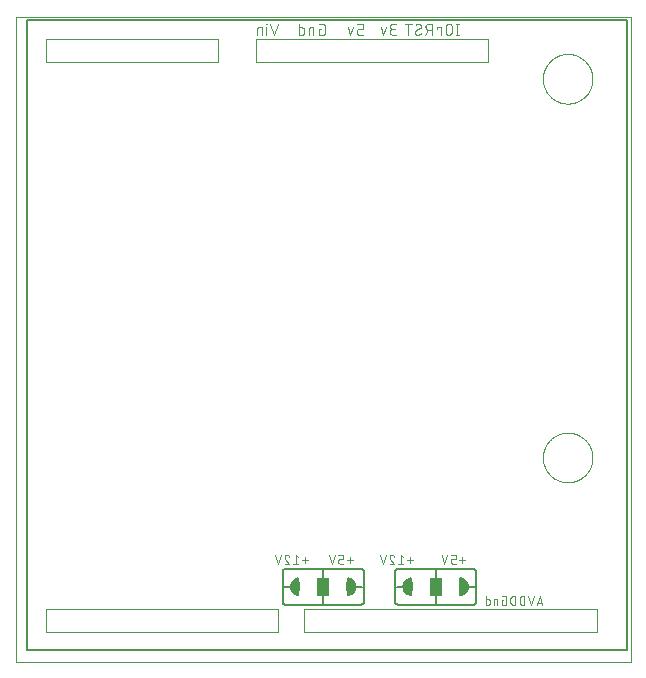
<source format=gbo>
G04 EAGLE Gerber X2 export*
%TF.Part,Single*%
%TF.FileFunction,Other,Silk bottom*%
%TF.FilePolarity,Positive*%
%TF.GenerationSoftware,Autodesk,EAGLE,9.4.0*%
%TF.CreationDate,2019-06-23T03:23:47Z*%
G75*
%MOMM*%
%FSLAX34Y34*%
%LPD*%
%INSilk bottom*%
%AMOC8*
5,1,8,0,0,1.08239X$1,22.5*%
G01*
%ADD10C,0.050000*%
%ADD11C,0.076200*%
%ADD12C,0.127000*%
%ADD13C,0.152400*%
%ADD14R,1.016000X1.524000*%


D10*
X0Y0D02*
X520700Y0D01*
X520700Y546100D01*
X0Y546100D01*
X0Y0D01*
X446360Y493395D02*
X446366Y493910D01*
X446385Y494425D01*
X446417Y494940D01*
X446461Y495453D01*
X446518Y495966D01*
X446587Y496476D01*
X446669Y496985D01*
X446764Y497492D01*
X446870Y497996D01*
X446989Y498498D01*
X447121Y498996D01*
X447264Y499491D01*
X447420Y499982D01*
X447588Y500470D01*
X447767Y500953D01*
X447959Y501431D01*
X448162Y501905D01*
X448376Y502374D01*
X448602Y502837D01*
X448840Y503294D01*
X449088Y503746D01*
X449348Y504191D01*
X449618Y504630D01*
X449899Y505062D01*
X450191Y505487D01*
X450493Y505905D01*
X450805Y506315D01*
X451127Y506717D01*
X451459Y507112D01*
X451800Y507498D01*
X452151Y507875D01*
X452511Y508244D01*
X452880Y508604D01*
X453257Y508955D01*
X453643Y509296D01*
X454038Y509628D01*
X454440Y509950D01*
X454850Y510262D01*
X455268Y510564D01*
X455693Y510856D01*
X456125Y511137D01*
X456564Y511407D01*
X457009Y511667D01*
X457461Y511915D01*
X457918Y512153D01*
X458381Y512379D01*
X458850Y512593D01*
X459324Y512796D01*
X459802Y512988D01*
X460285Y513167D01*
X460773Y513335D01*
X461264Y513491D01*
X461759Y513634D01*
X462257Y513766D01*
X462759Y513885D01*
X463263Y513991D01*
X463770Y514086D01*
X464279Y514168D01*
X464789Y514237D01*
X465302Y514294D01*
X465815Y514338D01*
X466330Y514370D01*
X466845Y514389D01*
X467360Y514395D01*
X467875Y514389D01*
X468390Y514370D01*
X468905Y514338D01*
X469418Y514294D01*
X469931Y514237D01*
X470441Y514168D01*
X470950Y514086D01*
X471457Y513991D01*
X471961Y513885D01*
X472463Y513766D01*
X472961Y513634D01*
X473456Y513491D01*
X473947Y513335D01*
X474435Y513167D01*
X474918Y512988D01*
X475396Y512796D01*
X475870Y512593D01*
X476339Y512379D01*
X476802Y512153D01*
X477259Y511915D01*
X477711Y511667D01*
X478156Y511407D01*
X478595Y511137D01*
X479027Y510856D01*
X479452Y510564D01*
X479870Y510262D01*
X480280Y509950D01*
X480682Y509628D01*
X481077Y509296D01*
X481463Y508955D01*
X481840Y508604D01*
X482209Y508244D01*
X482569Y507875D01*
X482920Y507498D01*
X483261Y507112D01*
X483593Y506717D01*
X483915Y506315D01*
X484227Y505905D01*
X484529Y505487D01*
X484821Y505062D01*
X485102Y504630D01*
X485372Y504191D01*
X485632Y503746D01*
X485880Y503294D01*
X486118Y502837D01*
X486344Y502374D01*
X486558Y501905D01*
X486761Y501431D01*
X486953Y500953D01*
X487132Y500470D01*
X487300Y499982D01*
X487456Y499491D01*
X487599Y498996D01*
X487731Y498498D01*
X487850Y497996D01*
X487956Y497492D01*
X488051Y496985D01*
X488133Y496476D01*
X488202Y495966D01*
X488259Y495453D01*
X488303Y494940D01*
X488335Y494425D01*
X488354Y493910D01*
X488360Y493395D01*
X488354Y492880D01*
X488335Y492365D01*
X488303Y491850D01*
X488259Y491337D01*
X488202Y490824D01*
X488133Y490314D01*
X488051Y489805D01*
X487956Y489298D01*
X487850Y488794D01*
X487731Y488292D01*
X487599Y487794D01*
X487456Y487299D01*
X487300Y486808D01*
X487132Y486320D01*
X486953Y485837D01*
X486761Y485359D01*
X486558Y484885D01*
X486344Y484416D01*
X486118Y483953D01*
X485880Y483496D01*
X485632Y483044D01*
X485372Y482599D01*
X485102Y482160D01*
X484821Y481728D01*
X484529Y481303D01*
X484227Y480885D01*
X483915Y480475D01*
X483593Y480073D01*
X483261Y479678D01*
X482920Y479292D01*
X482569Y478915D01*
X482209Y478546D01*
X481840Y478186D01*
X481463Y477835D01*
X481077Y477494D01*
X480682Y477162D01*
X480280Y476840D01*
X479870Y476528D01*
X479452Y476226D01*
X479027Y475934D01*
X478595Y475653D01*
X478156Y475383D01*
X477711Y475123D01*
X477259Y474875D01*
X476802Y474637D01*
X476339Y474411D01*
X475870Y474197D01*
X475396Y473994D01*
X474918Y473802D01*
X474435Y473623D01*
X473947Y473455D01*
X473456Y473299D01*
X472961Y473156D01*
X472463Y473024D01*
X471961Y472905D01*
X471457Y472799D01*
X470950Y472704D01*
X470441Y472622D01*
X469931Y472553D01*
X469418Y472496D01*
X468905Y472452D01*
X468390Y472420D01*
X467875Y472401D01*
X467360Y472395D01*
X466845Y472401D01*
X466330Y472420D01*
X465815Y472452D01*
X465302Y472496D01*
X464789Y472553D01*
X464279Y472622D01*
X463770Y472704D01*
X463263Y472799D01*
X462759Y472905D01*
X462257Y473024D01*
X461759Y473156D01*
X461264Y473299D01*
X460773Y473455D01*
X460285Y473623D01*
X459802Y473802D01*
X459324Y473994D01*
X458850Y474197D01*
X458381Y474411D01*
X457918Y474637D01*
X457461Y474875D01*
X457009Y475123D01*
X456564Y475383D01*
X456125Y475653D01*
X455693Y475934D01*
X455268Y476226D01*
X454850Y476528D01*
X454440Y476840D01*
X454038Y477162D01*
X453643Y477494D01*
X453257Y477835D01*
X452880Y478186D01*
X452511Y478546D01*
X452151Y478915D01*
X451800Y479292D01*
X451459Y479678D01*
X451127Y480073D01*
X450805Y480475D01*
X450493Y480885D01*
X450191Y481303D01*
X449899Y481728D01*
X449618Y482160D01*
X449348Y482599D01*
X449088Y483044D01*
X448840Y483496D01*
X448602Y483953D01*
X448376Y484416D01*
X448162Y484885D01*
X447959Y485359D01*
X447767Y485837D01*
X447588Y486320D01*
X447420Y486808D01*
X447264Y487299D01*
X447121Y487794D01*
X446989Y488292D01*
X446870Y488794D01*
X446764Y489298D01*
X446669Y489805D01*
X446587Y490314D01*
X446518Y490824D01*
X446461Y491337D01*
X446417Y491850D01*
X446385Y492365D01*
X446366Y492880D01*
X446360Y493395D01*
X446360Y172720D02*
X446366Y173235D01*
X446385Y173750D01*
X446417Y174265D01*
X446461Y174778D01*
X446518Y175291D01*
X446587Y175801D01*
X446669Y176310D01*
X446764Y176817D01*
X446870Y177321D01*
X446989Y177823D01*
X447121Y178321D01*
X447264Y178816D01*
X447420Y179307D01*
X447588Y179795D01*
X447767Y180278D01*
X447959Y180756D01*
X448162Y181230D01*
X448376Y181699D01*
X448602Y182162D01*
X448840Y182619D01*
X449088Y183071D01*
X449348Y183516D01*
X449618Y183955D01*
X449899Y184387D01*
X450191Y184812D01*
X450493Y185230D01*
X450805Y185640D01*
X451127Y186042D01*
X451459Y186437D01*
X451800Y186823D01*
X452151Y187200D01*
X452511Y187569D01*
X452880Y187929D01*
X453257Y188280D01*
X453643Y188621D01*
X454038Y188953D01*
X454440Y189275D01*
X454850Y189587D01*
X455268Y189889D01*
X455693Y190181D01*
X456125Y190462D01*
X456564Y190732D01*
X457009Y190992D01*
X457461Y191240D01*
X457918Y191478D01*
X458381Y191704D01*
X458850Y191918D01*
X459324Y192121D01*
X459802Y192313D01*
X460285Y192492D01*
X460773Y192660D01*
X461264Y192816D01*
X461759Y192959D01*
X462257Y193091D01*
X462759Y193210D01*
X463263Y193316D01*
X463770Y193411D01*
X464279Y193493D01*
X464789Y193562D01*
X465302Y193619D01*
X465815Y193663D01*
X466330Y193695D01*
X466845Y193714D01*
X467360Y193720D01*
X467875Y193714D01*
X468390Y193695D01*
X468905Y193663D01*
X469418Y193619D01*
X469931Y193562D01*
X470441Y193493D01*
X470950Y193411D01*
X471457Y193316D01*
X471961Y193210D01*
X472463Y193091D01*
X472961Y192959D01*
X473456Y192816D01*
X473947Y192660D01*
X474435Y192492D01*
X474918Y192313D01*
X475396Y192121D01*
X475870Y191918D01*
X476339Y191704D01*
X476802Y191478D01*
X477259Y191240D01*
X477711Y190992D01*
X478156Y190732D01*
X478595Y190462D01*
X479027Y190181D01*
X479452Y189889D01*
X479870Y189587D01*
X480280Y189275D01*
X480682Y188953D01*
X481077Y188621D01*
X481463Y188280D01*
X481840Y187929D01*
X482209Y187569D01*
X482569Y187200D01*
X482920Y186823D01*
X483261Y186437D01*
X483593Y186042D01*
X483915Y185640D01*
X484227Y185230D01*
X484529Y184812D01*
X484821Y184387D01*
X485102Y183955D01*
X485372Y183516D01*
X485632Y183071D01*
X485880Y182619D01*
X486118Y182162D01*
X486344Y181699D01*
X486558Y181230D01*
X486761Y180756D01*
X486953Y180278D01*
X487132Y179795D01*
X487300Y179307D01*
X487456Y178816D01*
X487599Y178321D01*
X487731Y177823D01*
X487850Y177321D01*
X487956Y176817D01*
X488051Y176310D01*
X488133Y175801D01*
X488202Y175291D01*
X488259Y174778D01*
X488303Y174265D01*
X488335Y173750D01*
X488354Y173235D01*
X488360Y172720D01*
X488354Y172205D01*
X488335Y171690D01*
X488303Y171175D01*
X488259Y170662D01*
X488202Y170149D01*
X488133Y169639D01*
X488051Y169130D01*
X487956Y168623D01*
X487850Y168119D01*
X487731Y167617D01*
X487599Y167119D01*
X487456Y166624D01*
X487300Y166133D01*
X487132Y165645D01*
X486953Y165162D01*
X486761Y164684D01*
X486558Y164210D01*
X486344Y163741D01*
X486118Y163278D01*
X485880Y162821D01*
X485632Y162369D01*
X485372Y161924D01*
X485102Y161485D01*
X484821Y161053D01*
X484529Y160628D01*
X484227Y160210D01*
X483915Y159800D01*
X483593Y159398D01*
X483261Y159003D01*
X482920Y158617D01*
X482569Y158240D01*
X482209Y157871D01*
X481840Y157511D01*
X481463Y157160D01*
X481077Y156819D01*
X480682Y156487D01*
X480280Y156165D01*
X479870Y155853D01*
X479452Y155551D01*
X479027Y155259D01*
X478595Y154978D01*
X478156Y154708D01*
X477711Y154448D01*
X477259Y154200D01*
X476802Y153962D01*
X476339Y153736D01*
X475870Y153522D01*
X475396Y153319D01*
X474918Y153127D01*
X474435Y152948D01*
X473947Y152780D01*
X473456Y152624D01*
X472961Y152481D01*
X472463Y152349D01*
X471961Y152230D01*
X471457Y152124D01*
X470950Y152029D01*
X470441Y151947D01*
X469931Y151878D01*
X469418Y151821D01*
X468905Y151777D01*
X468390Y151745D01*
X467875Y151726D01*
X467360Y151720D01*
X466845Y151726D01*
X466330Y151745D01*
X465815Y151777D01*
X465302Y151821D01*
X464789Y151878D01*
X464279Y151947D01*
X463770Y152029D01*
X463263Y152124D01*
X462759Y152230D01*
X462257Y152349D01*
X461759Y152481D01*
X461264Y152624D01*
X460773Y152780D01*
X460285Y152948D01*
X459802Y153127D01*
X459324Y153319D01*
X458850Y153522D01*
X458381Y153736D01*
X457918Y153962D01*
X457461Y154200D01*
X457009Y154448D01*
X456564Y154708D01*
X456125Y154978D01*
X455693Y155259D01*
X455268Y155551D01*
X454850Y155853D01*
X454440Y156165D01*
X454038Y156487D01*
X453643Y156819D01*
X453257Y157160D01*
X452880Y157511D01*
X452511Y157871D01*
X452151Y158240D01*
X451800Y158617D01*
X451459Y159003D01*
X451127Y159398D01*
X450805Y159800D01*
X450493Y160210D01*
X450191Y160628D01*
X449899Y161053D01*
X449618Y161485D01*
X449348Y161924D01*
X449088Y162369D01*
X448840Y162821D01*
X448602Y163278D01*
X448376Y163741D01*
X448162Y164210D01*
X447959Y164684D01*
X447767Y165162D01*
X447588Y165645D01*
X447420Y166133D01*
X447264Y166624D01*
X447121Y167119D01*
X446989Y167617D01*
X446870Y168119D01*
X446764Y168623D01*
X446669Y169130D01*
X446587Y169639D01*
X446518Y170149D01*
X446461Y170662D01*
X446417Y171175D01*
X446385Y171690D01*
X446366Y172205D01*
X446360Y172720D01*
D11*
X247269Y85796D02*
X242358Y85796D01*
X244814Y88251D02*
X244814Y83340D01*
X239057Y88660D02*
X237011Y90297D01*
X237011Y82931D01*
X239057Y82931D02*
X234965Y82931D01*
X227649Y88456D02*
X227651Y88541D01*
X227657Y88626D01*
X227667Y88710D01*
X227680Y88794D01*
X227698Y88878D01*
X227719Y88960D01*
X227744Y89041D01*
X227773Y89121D01*
X227806Y89200D01*
X227842Y89277D01*
X227882Y89352D01*
X227925Y89426D01*
X227971Y89497D01*
X228021Y89566D01*
X228074Y89633D01*
X228130Y89697D01*
X228189Y89758D01*
X228250Y89817D01*
X228314Y89873D01*
X228381Y89926D01*
X228450Y89976D01*
X228521Y90022D01*
X228595Y90065D01*
X228670Y90105D01*
X228747Y90141D01*
X228826Y90174D01*
X228906Y90203D01*
X228987Y90228D01*
X229069Y90249D01*
X229153Y90267D01*
X229237Y90280D01*
X229321Y90290D01*
X229406Y90296D01*
X229491Y90298D01*
X229491Y90297D02*
X229587Y90295D01*
X229683Y90289D01*
X229778Y90279D01*
X229873Y90266D01*
X229968Y90248D01*
X230061Y90227D01*
X230154Y90202D01*
X230245Y90173D01*
X230336Y90141D01*
X230425Y90105D01*
X230512Y90065D01*
X230598Y90022D01*
X230682Y89976D01*
X230764Y89926D01*
X230844Y89872D01*
X230921Y89816D01*
X230996Y89756D01*
X231069Y89694D01*
X231139Y89628D01*
X231207Y89560D01*
X231272Y89489D01*
X231333Y89416D01*
X231392Y89340D01*
X231448Y89261D01*
X231500Y89181D01*
X231549Y89098D01*
X231595Y89014D01*
X231637Y88928D01*
X231675Y88840D01*
X231710Y88751D01*
X231742Y88660D01*
X228263Y87024D02*
X228203Y87083D01*
X228146Y87145D01*
X228091Y87209D01*
X228040Y87276D01*
X227991Y87345D01*
X227945Y87415D01*
X227902Y87488D01*
X227862Y87562D01*
X227826Y87638D01*
X227793Y87716D01*
X227763Y87795D01*
X227736Y87875D01*
X227713Y87956D01*
X227694Y88038D01*
X227678Y88120D01*
X227665Y88204D01*
X227656Y88288D01*
X227651Y88372D01*
X227649Y88456D01*
X228263Y87023D02*
X231742Y82931D01*
X227649Y82931D01*
X222380Y82931D02*
X224836Y90297D01*
X219925Y90297D02*
X222380Y82931D01*
X331258Y85796D02*
X336169Y85796D01*
X333714Y88251D02*
X333714Y83340D01*
X327957Y88660D02*
X325911Y90297D01*
X325911Y82931D01*
X327957Y82931D02*
X323865Y82931D01*
X316549Y88456D02*
X316551Y88541D01*
X316557Y88626D01*
X316567Y88710D01*
X316580Y88794D01*
X316598Y88878D01*
X316619Y88960D01*
X316644Y89041D01*
X316673Y89121D01*
X316706Y89200D01*
X316742Y89277D01*
X316782Y89352D01*
X316825Y89426D01*
X316871Y89497D01*
X316921Y89566D01*
X316974Y89633D01*
X317030Y89697D01*
X317089Y89758D01*
X317150Y89817D01*
X317214Y89873D01*
X317281Y89926D01*
X317350Y89976D01*
X317421Y90022D01*
X317495Y90065D01*
X317570Y90105D01*
X317647Y90141D01*
X317726Y90174D01*
X317806Y90203D01*
X317887Y90228D01*
X317969Y90249D01*
X318053Y90267D01*
X318137Y90280D01*
X318221Y90290D01*
X318306Y90296D01*
X318391Y90298D01*
X318391Y90297D02*
X318487Y90295D01*
X318583Y90289D01*
X318678Y90279D01*
X318773Y90266D01*
X318868Y90248D01*
X318961Y90227D01*
X319054Y90202D01*
X319145Y90173D01*
X319236Y90141D01*
X319325Y90105D01*
X319412Y90065D01*
X319498Y90022D01*
X319582Y89976D01*
X319664Y89926D01*
X319744Y89872D01*
X319821Y89816D01*
X319896Y89756D01*
X319969Y89694D01*
X320039Y89628D01*
X320107Y89560D01*
X320172Y89489D01*
X320233Y89416D01*
X320292Y89340D01*
X320348Y89261D01*
X320400Y89181D01*
X320449Y89098D01*
X320495Y89014D01*
X320537Y88928D01*
X320575Y88840D01*
X320610Y88751D01*
X320642Y88660D01*
X317163Y87024D02*
X317103Y87083D01*
X317046Y87145D01*
X316991Y87209D01*
X316940Y87276D01*
X316891Y87345D01*
X316845Y87415D01*
X316802Y87488D01*
X316762Y87562D01*
X316726Y87638D01*
X316693Y87716D01*
X316663Y87795D01*
X316636Y87875D01*
X316613Y87956D01*
X316594Y88038D01*
X316578Y88120D01*
X316565Y88204D01*
X316556Y88288D01*
X316551Y88372D01*
X316549Y88456D01*
X317163Y87023D02*
X320642Y82931D01*
X316549Y82931D01*
X311280Y82931D02*
X313736Y90297D01*
X308825Y90297D02*
X311280Y82931D01*
X285369Y85796D02*
X280458Y85796D01*
X282914Y88251D02*
X282914Y83340D01*
X277157Y82931D02*
X274702Y82931D01*
X274622Y82933D01*
X274542Y82939D01*
X274462Y82949D01*
X274383Y82962D01*
X274304Y82980D01*
X274227Y83001D01*
X274151Y83027D01*
X274076Y83056D01*
X274002Y83088D01*
X273930Y83124D01*
X273860Y83164D01*
X273793Y83207D01*
X273727Y83253D01*
X273664Y83303D01*
X273603Y83355D01*
X273544Y83410D01*
X273489Y83469D01*
X273437Y83529D01*
X273387Y83593D01*
X273341Y83658D01*
X273298Y83726D01*
X273258Y83796D01*
X273222Y83868D01*
X273190Y83942D01*
X273161Y84016D01*
X273136Y84093D01*
X273114Y84170D01*
X273096Y84249D01*
X273083Y84328D01*
X273073Y84407D01*
X273067Y84488D01*
X273065Y84568D01*
X273065Y85386D01*
X273067Y85464D01*
X273072Y85542D01*
X273082Y85619D01*
X273095Y85696D01*
X273111Y85772D01*
X273131Y85847D01*
X273155Y85921D01*
X273182Y85994D01*
X273213Y86066D01*
X273247Y86136D01*
X273284Y86205D01*
X273325Y86271D01*
X273369Y86336D01*
X273415Y86398D01*
X273465Y86458D01*
X273517Y86516D01*
X273572Y86571D01*
X273630Y86623D01*
X273690Y86673D01*
X273752Y86719D01*
X273817Y86763D01*
X273884Y86804D01*
X273952Y86841D01*
X274022Y86875D01*
X274094Y86906D01*
X274167Y86933D01*
X274241Y86957D01*
X274316Y86977D01*
X274392Y86993D01*
X274469Y87006D01*
X274546Y87016D01*
X274624Y87021D01*
X274702Y87023D01*
X277157Y87023D01*
X277157Y90297D01*
X273065Y90297D01*
X270251Y90297D02*
X267796Y82931D01*
X265340Y90297D01*
X375708Y85796D02*
X380619Y85796D01*
X378164Y88251D02*
X378164Y83340D01*
X372407Y82931D02*
X369952Y82931D01*
X369872Y82933D01*
X369792Y82939D01*
X369712Y82949D01*
X369633Y82962D01*
X369554Y82980D01*
X369477Y83001D01*
X369401Y83027D01*
X369326Y83056D01*
X369252Y83088D01*
X369180Y83124D01*
X369110Y83164D01*
X369043Y83207D01*
X368977Y83253D01*
X368914Y83303D01*
X368853Y83355D01*
X368794Y83410D01*
X368739Y83469D01*
X368687Y83529D01*
X368637Y83593D01*
X368591Y83658D01*
X368548Y83726D01*
X368508Y83796D01*
X368472Y83868D01*
X368440Y83942D01*
X368411Y84016D01*
X368386Y84093D01*
X368364Y84170D01*
X368346Y84249D01*
X368333Y84328D01*
X368323Y84407D01*
X368317Y84488D01*
X368315Y84568D01*
X368315Y85386D01*
X368317Y85464D01*
X368322Y85542D01*
X368332Y85619D01*
X368345Y85696D01*
X368361Y85772D01*
X368381Y85847D01*
X368405Y85921D01*
X368432Y85994D01*
X368463Y86066D01*
X368497Y86136D01*
X368534Y86205D01*
X368575Y86271D01*
X368619Y86336D01*
X368665Y86398D01*
X368715Y86458D01*
X368767Y86516D01*
X368822Y86571D01*
X368880Y86623D01*
X368940Y86673D01*
X369002Y86719D01*
X369067Y86763D01*
X369134Y86804D01*
X369202Y86841D01*
X369272Y86875D01*
X369344Y86906D01*
X369417Y86933D01*
X369491Y86957D01*
X369566Y86977D01*
X369642Y86993D01*
X369719Y87006D01*
X369796Y87016D01*
X369874Y87021D01*
X369952Y87023D01*
X372407Y87023D01*
X372407Y90297D01*
X368315Y90297D01*
X365501Y90297D02*
X363046Y82931D01*
X360590Y90297D01*
X352145Y530606D02*
X352145Y540004D01*
X349534Y540004D01*
X349433Y540002D01*
X349332Y539996D01*
X349231Y539986D01*
X349131Y539973D01*
X349031Y539955D01*
X348932Y539934D01*
X348834Y539908D01*
X348737Y539879D01*
X348641Y539847D01*
X348547Y539810D01*
X348454Y539770D01*
X348362Y539726D01*
X348273Y539679D01*
X348185Y539628D01*
X348099Y539574D01*
X348016Y539517D01*
X347934Y539457D01*
X347856Y539393D01*
X347779Y539327D01*
X347706Y539257D01*
X347635Y539185D01*
X347567Y539110D01*
X347502Y539032D01*
X347440Y538952D01*
X347381Y538870D01*
X347325Y538785D01*
X347273Y538699D01*
X347224Y538610D01*
X347178Y538519D01*
X347137Y538427D01*
X347098Y538333D01*
X347064Y538238D01*
X347033Y538142D01*
X347006Y538044D01*
X346982Y537946D01*
X346963Y537846D01*
X346947Y537746D01*
X346935Y537646D01*
X346927Y537545D01*
X346923Y537444D01*
X346923Y537342D01*
X346927Y537241D01*
X346935Y537140D01*
X346947Y537040D01*
X346963Y536940D01*
X346982Y536840D01*
X347006Y536742D01*
X347033Y536644D01*
X347064Y536548D01*
X347098Y536453D01*
X347137Y536359D01*
X347178Y536267D01*
X347224Y536176D01*
X347273Y536088D01*
X347325Y536001D01*
X347381Y535916D01*
X347440Y535834D01*
X347502Y535754D01*
X347567Y535676D01*
X347635Y535601D01*
X347706Y535529D01*
X347779Y535459D01*
X347856Y535393D01*
X347934Y535329D01*
X348016Y535269D01*
X348099Y535212D01*
X348185Y535158D01*
X348273Y535107D01*
X348362Y535060D01*
X348454Y535016D01*
X348547Y534976D01*
X348641Y534939D01*
X348737Y534907D01*
X348834Y534878D01*
X348932Y534852D01*
X349031Y534831D01*
X349131Y534813D01*
X349231Y534800D01*
X349332Y534790D01*
X349433Y534784D01*
X349534Y534782D01*
X349534Y534783D02*
X352145Y534783D01*
X349012Y534783D02*
X346924Y530606D01*
X340230Y530606D02*
X340141Y530608D01*
X340053Y530614D01*
X339965Y530623D01*
X339877Y530636D01*
X339790Y530653D01*
X339704Y530673D01*
X339619Y530698D01*
X339534Y530725D01*
X339451Y530757D01*
X339370Y530791D01*
X339290Y530830D01*
X339212Y530871D01*
X339135Y530916D01*
X339061Y530964D01*
X338988Y531015D01*
X338918Y531069D01*
X338851Y531127D01*
X338785Y531187D01*
X338723Y531249D01*
X338663Y531315D01*
X338605Y531382D01*
X338551Y531452D01*
X338500Y531525D01*
X338452Y531599D01*
X338407Y531676D01*
X338366Y531754D01*
X338327Y531834D01*
X338293Y531915D01*
X338261Y531998D01*
X338234Y532083D01*
X338209Y532168D01*
X338189Y532254D01*
X338172Y532341D01*
X338159Y532429D01*
X338150Y532517D01*
X338144Y532605D01*
X338142Y532694D01*
X340230Y530606D02*
X340359Y530608D01*
X340488Y530614D01*
X340617Y530623D01*
X340745Y530636D01*
X340873Y530653D01*
X341000Y530674D01*
X341127Y530698D01*
X341253Y530726D01*
X341378Y530758D01*
X341502Y530793D01*
X341625Y530832D01*
X341747Y530875D01*
X341867Y530921D01*
X341986Y530971D01*
X342104Y531024D01*
X342220Y531080D01*
X342334Y531140D01*
X342447Y531203D01*
X342557Y531270D01*
X342666Y531339D01*
X342772Y531412D01*
X342877Y531488D01*
X342979Y531567D01*
X343079Y531649D01*
X343176Y531733D01*
X343271Y531821D01*
X343363Y531911D01*
X343101Y537916D02*
X343099Y538005D01*
X343093Y538093D01*
X343084Y538181D01*
X343071Y538269D01*
X343054Y538356D01*
X343034Y538442D01*
X343009Y538527D01*
X342982Y538612D01*
X342950Y538695D01*
X342916Y538776D01*
X342877Y538856D01*
X342836Y538934D01*
X342791Y539011D01*
X342743Y539085D01*
X342692Y539158D01*
X342638Y539228D01*
X342580Y539295D01*
X342520Y539361D01*
X342458Y539423D01*
X342392Y539483D01*
X342325Y539541D01*
X342255Y539595D01*
X342182Y539646D01*
X342108Y539694D01*
X342031Y539739D01*
X341953Y539780D01*
X341873Y539819D01*
X341792Y539853D01*
X341709Y539885D01*
X341624Y539912D01*
X341539Y539937D01*
X341453Y539957D01*
X341366Y539974D01*
X341278Y539987D01*
X341190Y539996D01*
X341102Y540002D01*
X341013Y540004D01*
X340893Y540002D01*
X340773Y539997D01*
X340654Y539987D01*
X340534Y539975D01*
X340415Y539958D01*
X340297Y539938D01*
X340179Y539914D01*
X340063Y539887D01*
X339947Y539856D01*
X339832Y539822D01*
X339718Y539784D01*
X339605Y539742D01*
X339494Y539697D01*
X339384Y539649D01*
X339276Y539598D01*
X339169Y539543D01*
X339064Y539485D01*
X338961Y539423D01*
X338860Y539359D01*
X338760Y539291D01*
X338663Y539221D01*
X342058Y536089D02*
X342136Y536137D01*
X342212Y536189D01*
X342285Y536243D01*
X342356Y536301D01*
X342425Y536362D01*
X342491Y536426D01*
X342554Y536493D01*
X342614Y536562D01*
X342671Y536634D01*
X342725Y536708D01*
X342775Y536785D01*
X342823Y536864D01*
X342866Y536944D01*
X342907Y537027D01*
X342943Y537111D01*
X342976Y537196D01*
X343005Y537283D01*
X343031Y537372D01*
X343053Y537461D01*
X343070Y537551D01*
X343084Y537641D01*
X343094Y537733D01*
X343100Y537824D01*
X343102Y537916D01*
X339186Y534521D02*
X339108Y534473D01*
X339032Y534421D01*
X338959Y534367D01*
X338888Y534309D01*
X338819Y534248D01*
X338753Y534184D01*
X338690Y534117D01*
X338630Y534048D01*
X338573Y533976D01*
X338519Y533902D01*
X338469Y533825D01*
X338421Y533746D01*
X338378Y533666D01*
X338337Y533583D01*
X338301Y533499D01*
X338268Y533414D01*
X338239Y533327D01*
X338213Y533238D01*
X338191Y533149D01*
X338174Y533059D01*
X338160Y532969D01*
X338150Y532877D01*
X338144Y532786D01*
X338142Y532694D01*
X339186Y534522D02*
X342058Y536088D01*
X332523Y540004D02*
X332523Y530606D01*
X335133Y540004D02*
X329912Y540004D01*
X322021Y530606D02*
X319410Y530606D01*
X319309Y530608D01*
X319208Y530614D01*
X319107Y530624D01*
X319007Y530637D01*
X318907Y530655D01*
X318808Y530676D01*
X318710Y530702D01*
X318613Y530731D01*
X318517Y530763D01*
X318423Y530800D01*
X318330Y530840D01*
X318238Y530884D01*
X318149Y530931D01*
X318061Y530982D01*
X317975Y531036D01*
X317892Y531093D01*
X317810Y531153D01*
X317732Y531217D01*
X317655Y531283D01*
X317582Y531353D01*
X317511Y531425D01*
X317443Y531500D01*
X317378Y531578D01*
X317316Y531658D01*
X317257Y531740D01*
X317201Y531825D01*
X317149Y531912D01*
X317100Y532000D01*
X317054Y532091D01*
X317013Y532183D01*
X316974Y532277D01*
X316940Y532372D01*
X316909Y532468D01*
X316882Y532566D01*
X316858Y532664D01*
X316839Y532764D01*
X316823Y532864D01*
X316811Y532964D01*
X316803Y533065D01*
X316799Y533166D01*
X316799Y533268D01*
X316803Y533369D01*
X316811Y533470D01*
X316823Y533570D01*
X316839Y533670D01*
X316858Y533770D01*
X316882Y533868D01*
X316909Y533966D01*
X316940Y534062D01*
X316974Y534157D01*
X317013Y534251D01*
X317054Y534343D01*
X317100Y534434D01*
X317149Y534523D01*
X317201Y534609D01*
X317257Y534694D01*
X317316Y534776D01*
X317378Y534856D01*
X317443Y534934D01*
X317511Y535009D01*
X317582Y535081D01*
X317655Y535151D01*
X317732Y535217D01*
X317810Y535281D01*
X317892Y535341D01*
X317975Y535398D01*
X318061Y535452D01*
X318149Y535503D01*
X318238Y535550D01*
X318330Y535594D01*
X318423Y535634D01*
X318517Y535671D01*
X318613Y535703D01*
X318710Y535732D01*
X318808Y535758D01*
X318907Y535779D01*
X319007Y535797D01*
X319107Y535810D01*
X319208Y535820D01*
X319309Y535826D01*
X319410Y535828D01*
X318888Y540004D02*
X322021Y540004D01*
X318888Y540004D02*
X318798Y540002D01*
X318709Y539996D01*
X318619Y539987D01*
X318530Y539973D01*
X318442Y539956D01*
X318355Y539935D01*
X318268Y539910D01*
X318183Y539881D01*
X318099Y539849D01*
X318017Y539814D01*
X317936Y539774D01*
X317857Y539732D01*
X317780Y539686D01*
X317705Y539636D01*
X317632Y539584D01*
X317561Y539528D01*
X317493Y539470D01*
X317428Y539408D01*
X317365Y539344D01*
X317305Y539277D01*
X317248Y539208D01*
X317194Y539136D01*
X317143Y539062D01*
X317095Y538986D01*
X317051Y538908D01*
X317010Y538828D01*
X316972Y538746D01*
X316938Y538663D01*
X316908Y538578D01*
X316881Y538492D01*
X316858Y538406D01*
X316839Y538318D01*
X316824Y538229D01*
X316812Y538140D01*
X316804Y538051D01*
X316800Y537961D01*
X316800Y537871D01*
X316804Y537781D01*
X316812Y537692D01*
X316824Y537603D01*
X316839Y537514D01*
X316858Y537426D01*
X316881Y537340D01*
X316908Y537254D01*
X316938Y537169D01*
X316972Y537086D01*
X317010Y537004D01*
X317051Y536924D01*
X317095Y536846D01*
X317143Y536770D01*
X317194Y536696D01*
X317248Y536624D01*
X317305Y536555D01*
X317365Y536488D01*
X317428Y536424D01*
X317493Y536362D01*
X317561Y536304D01*
X317632Y536248D01*
X317705Y536196D01*
X317780Y536146D01*
X317857Y536100D01*
X317936Y536058D01*
X318017Y536018D01*
X318099Y535983D01*
X318183Y535951D01*
X318268Y535922D01*
X318355Y535897D01*
X318442Y535876D01*
X318530Y535859D01*
X318619Y535845D01*
X318709Y535836D01*
X318798Y535830D01*
X318888Y535828D01*
X318888Y535827D02*
X320977Y535827D01*
X313269Y536871D02*
X311181Y530606D01*
X309092Y536871D01*
X294081Y530606D02*
X290948Y530606D01*
X290859Y530608D01*
X290771Y530614D01*
X290683Y530623D01*
X290595Y530636D01*
X290508Y530653D01*
X290422Y530673D01*
X290337Y530698D01*
X290252Y530725D01*
X290169Y530757D01*
X290088Y530791D01*
X290008Y530830D01*
X289930Y530871D01*
X289853Y530916D01*
X289779Y530964D01*
X289706Y531015D01*
X289636Y531069D01*
X289569Y531127D01*
X289503Y531187D01*
X289441Y531249D01*
X289381Y531315D01*
X289323Y531382D01*
X289269Y531452D01*
X289218Y531525D01*
X289170Y531599D01*
X289125Y531676D01*
X289084Y531754D01*
X289045Y531834D01*
X289011Y531915D01*
X288979Y531998D01*
X288952Y532083D01*
X288927Y532168D01*
X288907Y532254D01*
X288890Y532341D01*
X288877Y532429D01*
X288868Y532517D01*
X288862Y532605D01*
X288860Y532694D01*
X288860Y533739D01*
X288862Y533828D01*
X288868Y533916D01*
X288877Y534004D01*
X288890Y534092D01*
X288907Y534179D01*
X288927Y534265D01*
X288952Y534350D01*
X288979Y534435D01*
X289011Y534518D01*
X289045Y534599D01*
X289084Y534679D01*
X289125Y534757D01*
X289170Y534834D01*
X289218Y534908D01*
X289269Y534981D01*
X289323Y535051D01*
X289381Y535118D01*
X289441Y535184D01*
X289503Y535246D01*
X289569Y535306D01*
X289636Y535364D01*
X289706Y535418D01*
X289779Y535469D01*
X289853Y535517D01*
X289930Y535562D01*
X290008Y535603D01*
X290088Y535642D01*
X290169Y535676D01*
X290252Y535708D01*
X290337Y535735D01*
X290422Y535760D01*
X290508Y535780D01*
X290595Y535797D01*
X290683Y535810D01*
X290771Y535819D01*
X290859Y535825D01*
X290948Y535827D01*
X294081Y535827D01*
X294081Y540004D01*
X288860Y540004D01*
X285329Y536871D02*
X283241Y530606D01*
X281152Y536871D01*
X258118Y535827D02*
X256552Y535827D01*
X256552Y530606D01*
X259685Y530606D01*
X259774Y530608D01*
X259862Y530614D01*
X259950Y530623D01*
X260038Y530636D01*
X260125Y530653D01*
X260211Y530673D01*
X260296Y530698D01*
X260381Y530725D01*
X260464Y530757D01*
X260545Y530791D01*
X260625Y530830D01*
X260703Y530871D01*
X260780Y530916D01*
X260854Y530964D01*
X260927Y531015D01*
X260997Y531069D01*
X261064Y531127D01*
X261130Y531187D01*
X261192Y531249D01*
X261252Y531315D01*
X261310Y531382D01*
X261364Y531452D01*
X261415Y531525D01*
X261463Y531599D01*
X261508Y531676D01*
X261549Y531754D01*
X261588Y531834D01*
X261622Y531915D01*
X261654Y531998D01*
X261681Y532083D01*
X261706Y532168D01*
X261726Y532254D01*
X261743Y532341D01*
X261756Y532429D01*
X261765Y532517D01*
X261771Y532605D01*
X261773Y532694D01*
X261773Y537916D01*
X261771Y538005D01*
X261765Y538093D01*
X261756Y538181D01*
X261743Y538269D01*
X261726Y538356D01*
X261706Y538442D01*
X261681Y538527D01*
X261654Y538612D01*
X261622Y538695D01*
X261588Y538776D01*
X261549Y538856D01*
X261508Y538934D01*
X261463Y539011D01*
X261415Y539085D01*
X261364Y539158D01*
X261310Y539228D01*
X261252Y539295D01*
X261192Y539361D01*
X261130Y539423D01*
X261064Y539483D01*
X260997Y539541D01*
X260927Y539595D01*
X260854Y539646D01*
X260780Y539694D01*
X260703Y539739D01*
X260625Y539780D01*
X260545Y539819D01*
X260464Y539853D01*
X260381Y539885D01*
X260296Y539912D01*
X260211Y539937D01*
X260125Y539957D01*
X260038Y539974D01*
X259950Y539987D01*
X259862Y539996D01*
X259774Y540002D01*
X259685Y540004D01*
X256552Y540004D01*
X252107Y536871D02*
X252107Y530606D01*
X252107Y536871D02*
X249496Y536871D01*
X249419Y536869D01*
X249343Y536863D01*
X249266Y536854D01*
X249190Y536841D01*
X249116Y536824D01*
X249041Y536804D01*
X248968Y536779D01*
X248897Y536752D01*
X248826Y536721D01*
X248758Y536686D01*
X248691Y536648D01*
X248626Y536607D01*
X248563Y536563D01*
X248503Y536516D01*
X248444Y536465D01*
X248389Y536412D01*
X248336Y536357D01*
X248285Y536298D01*
X248238Y536238D01*
X248194Y536175D01*
X248153Y536110D01*
X248115Y536043D01*
X248080Y535975D01*
X248049Y535904D01*
X248022Y535833D01*
X247997Y535760D01*
X247977Y535686D01*
X247960Y535611D01*
X247947Y535535D01*
X247938Y535459D01*
X247932Y535382D01*
X247930Y535305D01*
X247930Y530606D01*
X239746Y530606D02*
X239746Y540004D01*
X239746Y530606D02*
X242357Y530606D01*
X242434Y530608D01*
X242510Y530614D01*
X242587Y530623D01*
X242663Y530636D01*
X242738Y530653D01*
X242812Y530673D01*
X242885Y530698D01*
X242956Y530725D01*
X243027Y530756D01*
X243095Y530791D01*
X243162Y530829D01*
X243227Y530870D01*
X243290Y530914D01*
X243350Y530961D01*
X243409Y531012D01*
X243464Y531065D01*
X243517Y531120D01*
X243568Y531179D01*
X243615Y531239D01*
X243659Y531302D01*
X243700Y531367D01*
X243738Y531434D01*
X243773Y531502D01*
X243804Y531573D01*
X243831Y531644D01*
X243856Y531717D01*
X243876Y531791D01*
X243893Y531866D01*
X243906Y531942D01*
X243915Y532019D01*
X243921Y532095D01*
X243923Y532172D01*
X243923Y535305D01*
X243921Y535382D01*
X243915Y535458D01*
X243906Y535535D01*
X243893Y535611D01*
X243876Y535686D01*
X243856Y535760D01*
X243831Y535833D01*
X243804Y535904D01*
X243773Y535975D01*
X243738Y536043D01*
X243700Y536110D01*
X243659Y536175D01*
X243615Y536238D01*
X243568Y536298D01*
X243517Y536357D01*
X243464Y536412D01*
X243409Y536465D01*
X243350Y536516D01*
X243290Y536563D01*
X243227Y536607D01*
X243162Y536648D01*
X243095Y536686D01*
X243027Y536721D01*
X242956Y536752D01*
X242885Y536779D01*
X242812Y536804D01*
X242738Y536824D01*
X242663Y536841D01*
X242587Y536854D01*
X242510Y536863D01*
X242434Y536869D01*
X242357Y536871D01*
X239746Y536871D01*
X221691Y540004D02*
X218558Y530606D01*
X215426Y540004D01*
X212158Y536871D02*
X212158Y530606D01*
X212419Y539482D02*
X212419Y540004D01*
X211897Y540004D01*
X211897Y539482D01*
X212419Y539482D01*
X208150Y536871D02*
X208150Y530606D01*
X208150Y536871D02*
X205540Y536871D01*
X205463Y536869D01*
X205387Y536863D01*
X205310Y536854D01*
X205234Y536841D01*
X205160Y536824D01*
X205085Y536804D01*
X205012Y536779D01*
X204941Y536752D01*
X204870Y536721D01*
X204802Y536686D01*
X204735Y536648D01*
X204670Y536607D01*
X204607Y536563D01*
X204547Y536516D01*
X204488Y536465D01*
X204433Y536412D01*
X204380Y536357D01*
X204329Y536298D01*
X204282Y536238D01*
X204238Y536175D01*
X204197Y536110D01*
X204159Y536043D01*
X204124Y535975D01*
X204093Y535904D01*
X204066Y535833D01*
X204041Y535760D01*
X204021Y535686D01*
X204004Y535611D01*
X203991Y535535D01*
X203982Y535459D01*
X203976Y535382D01*
X203974Y535305D01*
X203973Y535305D02*
X203973Y530606D01*
X373961Y530606D02*
X373961Y540004D01*
X375005Y530606D02*
X372917Y530606D01*
X372917Y540004D02*
X375005Y540004D01*
X369256Y537393D02*
X369256Y533217D01*
X369257Y537393D02*
X369255Y537494D01*
X369249Y537595D01*
X369239Y537696D01*
X369226Y537796D01*
X369208Y537896D01*
X369187Y537995D01*
X369161Y538093D01*
X369132Y538190D01*
X369100Y538286D01*
X369063Y538380D01*
X369023Y538473D01*
X368979Y538565D01*
X368932Y538654D01*
X368881Y538742D01*
X368827Y538828D01*
X368770Y538911D01*
X368710Y538993D01*
X368646Y539071D01*
X368580Y539148D01*
X368510Y539221D01*
X368438Y539292D01*
X368363Y539360D01*
X368285Y539425D01*
X368205Y539487D01*
X368123Y539546D01*
X368038Y539602D01*
X367952Y539654D01*
X367863Y539703D01*
X367772Y539749D01*
X367680Y539790D01*
X367586Y539829D01*
X367491Y539863D01*
X367395Y539894D01*
X367297Y539921D01*
X367199Y539945D01*
X367099Y539964D01*
X366999Y539980D01*
X366899Y539992D01*
X366798Y540000D01*
X366697Y540004D01*
X366595Y540004D01*
X366494Y540000D01*
X366393Y539992D01*
X366293Y539980D01*
X366193Y539964D01*
X366093Y539945D01*
X365995Y539921D01*
X365897Y539894D01*
X365801Y539863D01*
X365706Y539829D01*
X365612Y539790D01*
X365520Y539749D01*
X365429Y539703D01*
X365341Y539654D01*
X365254Y539602D01*
X365169Y539546D01*
X365087Y539487D01*
X365007Y539425D01*
X364929Y539360D01*
X364854Y539292D01*
X364782Y539221D01*
X364712Y539148D01*
X364646Y539071D01*
X364582Y538993D01*
X364522Y538911D01*
X364465Y538828D01*
X364411Y538742D01*
X364360Y538654D01*
X364313Y538565D01*
X364269Y538473D01*
X364229Y538380D01*
X364192Y538286D01*
X364160Y538190D01*
X364131Y538093D01*
X364105Y537995D01*
X364084Y537896D01*
X364066Y537796D01*
X364053Y537696D01*
X364043Y537595D01*
X364037Y537494D01*
X364035Y537393D01*
X364035Y533217D01*
X364037Y533116D01*
X364043Y533015D01*
X364053Y532914D01*
X364066Y532814D01*
X364084Y532714D01*
X364105Y532615D01*
X364131Y532517D01*
X364160Y532420D01*
X364192Y532324D01*
X364229Y532230D01*
X364269Y532137D01*
X364313Y532045D01*
X364360Y531956D01*
X364411Y531868D01*
X364465Y531782D01*
X364522Y531699D01*
X364582Y531617D01*
X364646Y531539D01*
X364712Y531462D01*
X364782Y531389D01*
X364854Y531318D01*
X364929Y531250D01*
X365007Y531185D01*
X365087Y531123D01*
X365169Y531064D01*
X365254Y531008D01*
X365341Y530956D01*
X365429Y530907D01*
X365520Y530861D01*
X365612Y530820D01*
X365706Y530781D01*
X365801Y530747D01*
X365897Y530716D01*
X365995Y530689D01*
X366093Y530665D01*
X366193Y530646D01*
X366293Y530630D01*
X366393Y530618D01*
X366494Y530610D01*
X366595Y530606D01*
X366697Y530606D01*
X366798Y530610D01*
X366899Y530618D01*
X366999Y530630D01*
X367099Y530646D01*
X367199Y530665D01*
X367297Y530689D01*
X367395Y530716D01*
X367491Y530747D01*
X367586Y530781D01*
X367680Y530820D01*
X367772Y530861D01*
X367863Y530907D01*
X367951Y530956D01*
X368038Y531008D01*
X368123Y531064D01*
X368205Y531123D01*
X368285Y531185D01*
X368363Y531250D01*
X368438Y531318D01*
X368510Y531389D01*
X368580Y531462D01*
X368646Y531539D01*
X368710Y531617D01*
X368770Y531699D01*
X368827Y531782D01*
X368881Y531868D01*
X368932Y531956D01*
X368979Y532045D01*
X369023Y532137D01*
X369063Y532230D01*
X369100Y532324D01*
X369132Y532420D01*
X369161Y532517D01*
X369187Y532615D01*
X369208Y532714D01*
X369226Y532814D01*
X369239Y532914D01*
X369249Y533015D01*
X369255Y533116D01*
X369257Y533217D01*
X359843Y530606D02*
X359843Y536871D01*
X356711Y536871D01*
X356711Y535827D01*
D12*
X9525Y542925D02*
X9525Y9525D01*
X517525Y9525D01*
X517525Y542925D01*
X9525Y542925D01*
D11*
X411452Y52098D02*
X412679Y52098D01*
X411452Y52098D02*
X411452Y48006D01*
X413907Y48006D01*
X413985Y48008D01*
X414063Y48013D01*
X414140Y48023D01*
X414217Y48036D01*
X414293Y48052D01*
X414368Y48072D01*
X414442Y48096D01*
X414515Y48123D01*
X414587Y48154D01*
X414657Y48188D01*
X414726Y48225D01*
X414792Y48266D01*
X414857Y48310D01*
X414919Y48356D01*
X414979Y48406D01*
X415037Y48458D01*
X415092Y48513D01*
X415144Y48571D01*
X415194Y48631D01*
X415240Y48693D01*
X415284Y48758D01*
X415325Y48825D01*
X415362Y48893D01*
X415396Y48963D01*
X415427Y49035D01*
X415454Y49108D01*
X415478Y49182D01*
X415498Y49257D01*
X415514Y49333D01*
X415527Y49410D01*
X415537Y49487D01*
X415542Y49565D01*
X415544Y49643D01*
X415544Y53735D01*
X415542Y53813D01*
X415537Y53891D01*
X415527Y53968D01*
X415514Y54045D01*
X415498Y54121D01*
X415478Y54196D01*
X415454Y54270D01*
X415427Y54343D01*
X415396Y54415D01*
X415362Y54485D01*
X415325Y54554D01*
X415284Y54620D01*
X415240Y54685D01*
X415194Y54747D01*
X415144Y54807D01*
X415092Y54865D01*
X415037Y54920D01*
X414979Y54972D01*
X414919Y55022D01*
X414857Y55068D01*
X414792Y55112D01*
X414726Y55153D01*
X414657Y55190D01*
X414587Y55224D01*
X414515Y55255D01*
X414442Y55282D01*
X414368Y55306D01*
X414293Y55326D01*
X414217Y55342D01*
X414140Y55355D01*
X414063Y55365D01*
X413985Y55370D01*
X413907Y55372D01*
X411452Y55372D01*
X407820Y52917D02*
X407820Y48006D01*
X407820Y52917D02*
X405774Y52917D01*
X405705Y52915D01*
X405637Y52909D01*
X405568Y52900D01*
X405501Y52886D01*
X405434Y52869D01*
X405368Y52848D01*
X405304Y52824D01*
X405241Y52795D01*
X405180Y52764D01*
X405121Y52729D01*
X405063Y52691D01*
X405008Y52649D01*
X404956Y52605D01*
X404906Y52557D01*
X404858Y52507D01*
X404814Y52455D01*
X404773Y52400D01*
X404734Y52342D01*
X404699Y52283D01*
X404668Y52222D01*
X404639Y52159D01*
X404615Y52095D01*
X404594Y52029D01*
X404577Y51962D01*
X404563Y51895D01*
X404554Y51827D01*
X404548Y51758D01*
X404546Y51689D01*
X404546Y48006D01*
X398003Y48006D02*
X398003Y55372D01*
X398003Y48006D02*
X400049Y48006D01*
X400118Y48008D01*
X400186Y48014D01*
X400255Y48023D01*
X400322Y48037D01*
X400389Y48054D01*
X400455Y48075D01*
X400519Y48099D01*
X400582Y48128D01*
X400643Y48159D01*
X400702Y48194D01*
X400760Y48232D01*
X400815Y48274D01*
X400867Y48318D01*
X400917Y48366D01*
X400965Y48416D01*
X401009Y48468D01*
X401051Y48523D01*
X401089Y48581D01*
X401124Y48640D01*
X401155Y48701D01*
X401184Y48764D01*
X401208Y48828D01*
X401229Y48894D01*
X401246Y48961D01*
X401260Y49028D01*
X401269Y49097D01*
X401275Y49165D01*
X401277Y49234D01*
X401277Y51689D01*
X401275Y51758D01*
X401269Y51826D01*
X401260Y51895D01*
X401246Y51962D01*
X401229Y52029D01*
X401208Y52095D01*
X401184Y52159D01*
X401155Y52222D01*
X401124Y52283D01*
X401089Y52342D01*
X401051Y52400D01*
X401009Y52455D01*
X400965Y52507D01*
X400917Y52557D01*
X400867Y52605D01*
X400815Y52649D01*
X400760Y52691D01*
X400702Y52729D01*
X400643Y52764D01*
X400582Y52795D01*
X400519Y52824D01*
X400455Y52848D01*
X400389Y52869D01*
X400322Y52886D01*
X400255Y52900D01*
X400186Y52909D01*
X400118Y52915D01*
X400049Y52917D01*
X398003Y52917D01*
X443569Y55372D02*
X446024Y48006D01*
X441113Y48006D02*
X443569Y55372D01*
X445410Y49848D02*
X441727Y49848D01*
X436254Y48006D02*
X438709Y55372D01*
X433798Y55372D02*
X436254Y48006D01*
X430741Y48006D02*
X430741Y55372D01*
X428695Y55372D01*
X428606Y55370D01*
X428517Y55364D01*
X428428Y55354D01*
X428340Y55341D01*
X428252Y55324D01*
X428165Y55302D01*
X428080Y55277D01*
X427995Y55249D01*
X427912Y55216D01*
X427830Y55180D01*
X427750Y55141D01*
X427672Y55098D01*
X427596Y55052D01*
X427521Y55002D01*
X427449Y54949D01*
X427380Y54893D01*
X427313Y54834D01*
X427248Y54773D01*
X427187Y54708D01*
X427128Y54641D01*
X427072Y54572D01*
X427019Y54500D01*
X426969Y54425D01*
X426923Y54349D01*
X426880Y54271D01*
X426841Y54191D01*
X426805Y54109D01*
X426772Y54026D01*
X426744Y53941D01*
X426719Y53856D01*
X426697Y53769D01*
X426680Y53681D01*
X426667Y53593D01*
X426657Y53504D01*
X426651Y53415D01*
X426649Y53326D01*
X426648Y53326D02*
X426648Y50052D01*
X426649Y50052D02*
X426651Y49963D01*
X426657Y49874D01*
X426667Y49785D01*
X426680Y49697D01*
X426697Y49609D01*
X426719Y49522D01*
X426744Y49437D01*
X426772Y49352D01*
X426805Y49269D01*
X426841Y49187D01*
X426880Y49107D01*
X426923Y49029D01*
X426969Y48953D01*
X427019Y48878D01*
X427072Y48806D01*
X427128Y48737D01*
X427187Y48670D01*
X427248Y48605D01*
X427313Y48544D01*
X427380Y48485D01*
X427449Y48429D01*
X427521Y48376D01*
X427596Y48326D01*
X427672Y48280D01*
X427750Y48237D01*
X427830Y48198D01*
X427912Y48162D01*
X427995Y48129D01*
X428080Y48101D01*
X428165Y48076D01*
X428252Y48054D01*
X428340Y48037D01*
X428428Y48024D01*
X428517Y48014D01*
X428606Y48008D01*
X428695Y48006D01*
X430741Y48006D01*
X422938Y48006D02*
X422938Y55372D01*
X420892Y55372D01*
X420803Y55370D01*
X420714Y55364D01*
X420625Y55354D01*
X420537Y55341D01*
X420449Y55324D01*
X420362Y55302D01*
X420277Y55277D01*
X420192Y55249D01*
X420109Y55216D01*
X420027Y55180D01*
X419947Y55141D01*
X419869Y55098D01*
X419793Y55052D01*
X419718Y55002D01*
X419646Y54949D01*
X419577Y54893D01*
X419510Y54834D01*
X419445Y54773D01*
X419384Y54708D01*
X419325Y54641D01*
X419269Y54572D01*
X419216Y54500D01*
X419166Y54425D01*
X419120Y54349D01*
X419077Y54271D01*
X419038Y54191D01*
X419002Y54109D01*
X418969Y54026D01*
X418941Y53941D01*
X418916Y53856D01*
X418894Y53769D01*
X418877Y53681D01*
X418864Y53593D01*
X418854Y53504D01*
X418848Y53415D01*
X418846Y53326D01*
X418846Y50052D01*
X418848Y49963D01*
X418854Y49874D01*
X418864Y49785D01*
X418877Y49697D01*
X418894Y49609D01*
X418916Y49522D01*
X418941Y49437D01*
X418969Y49352D01*
X419002Y49269D01*
X419038Y49187D01*
X419077Y49107D01*
X419120Y49029D01*
X419166Y48953D01*
X419216Y48878D01*
X419269Y48806D01*
X419325Y48737D01*
X419384Y48670D01*
X419445Y48605D01*
X419510Y48544D01*
X419577Y48485D01*
X419646Y48429D01*
X419718Y48376D01*
X419793Y48326D01*
X419869Y48280D01*
X419947Y48237D01*
X420027Y48198D01*
X420109Y48162D01*
X420192Y48129D01*
X420277Y48101D01*
X420362Y48076D01*
X420449Y48054D01*
X420537Y48037D01*
X420625Y48024D01*
X420714Y48014D01*
X420803Y48008D01*
X420892Y48006D01*
X422938Y48006D01*
X400050Y508000D02*
X400050Y527050D01*
X400050Y508000D02*
X203200Y508000D01*
X203200Y527050D01*
X400050Y527050D01*
X171450Y527050D02*
X171450Y508000D01*
X25400Y508000D01*
X25400Y527050D01*
X171450Y527050D01*
X244475Y25400D02*
X492125Y25400D01*
X244475Y25400D02*
X244475Y44450D01*
X492125Y44450D01*
X492125Y25400D01*
X222250Y25400D02*
X25400Y25400D01*
X25400Y44450D01*
X222250Y44450D01*
X222250Y25400D01*
D13*
X228600Y78740D02*
X292100Y78740D01*
X294640Y50800D02*
X294638Y50700D01*
X294632Y50601D01*
X294622Y50501D01*
X294609Y50403D01*
X294591Y50304D01*
X294570Y50207D01*
X294545Y50111D01*
X294516Y50015D01*
X294483Y49921D01*
X294447Y49828D01*
X294407Y49737D01*
X294363Y49647D01*
X294316Y49559D01*
X294266Y49473D01*
X294212Y49389D01*
X294155Y49307D01*
X294095Y49228D01*
X294031Y49150D01*
X293965Y49076D01*
X293896Y49004D01*
X293824Y48935D01*
X293750Y48869D01*
X293672Y48805D01*
X293593Y48745D01*
X293511Y48688D01*
X293427Y48634D01*
X293341Y48584D01*
X293253Y48537D01*
X293163Y48493D01*
X293072Y48453D01*
X292979Y48417D01*
X292885Y48384D01*
X292789Y48355D01*
X292693Y48330D01*
X292596Y48309D01*
X292497Y48291D01*
X292399Y48278D01*
X292299Y48268D01*
X292200Y48262D01*
X292100Y48260D01*
X228600Y48260D02*
X228500Y48262D01*
X228401Y48268D01*
X228301Y48278D01*
X228203Y48291D01*
X228104Y48309D01*
X228007Y48330D01*
X227911Y48355D01*
X227815Y48384D01*
X227721Y48417D01*
X227628Y48453D01*
X227537Y48493D01*
X227447Y48537D01*
X227359Y48584D01*
X227273Y48634D01*
X227189Y48688D01*
X227107Y48745D01*
X227028Y48805D01*
X226950Y48869D01*
X226876Y48935D01*
X226804Y49004D01*
X226735Y49076D01*
X226669Y49150D01*
X226605Y49228D01*
X226545Y49307D01*
X226488Y49389D01*
X226434Y49473D01*
X226384Y49559D01*
X226337Y49647D01*
X226293Y49737D01*
X226253Y49828D01*
X226217Y49921D01*
X226184Y50015D01*
X226155Y50111D01*
X226130Y50207D01*
X226109Y50304D01*
X226091Y50403D01*
X226078Y50501D01*
X226068Y50601D01*
X226062Y50700D01*
X226060Y50800D01*
X226060Y76200D02*
X226062Y76300D01*
X226068Y76399D01*
X226078Y76499D01*
X226091Y76597D01*
X226109Y76696D01*
X226130Y76793D01*
X226155Y76889D01*
X226184Y76985D01*
X226217Y77079D01*
X226253Y77172D01*
X226293Y77263D01*
X226337Y77353D01*
X226384Y77441D01*
X226434Y77527D01*
X226488Y77611D01*
X226545Y77693D01*
X226605Y77772D01*
X226669Y77850D01*
X226735Y77924D01*
X226804Y77996D01*
X226876Y78065D01*
X226950Y78131D01*
X227028Y78195D01*
X227107Y78255D01*
X227189Y78312D01*
X227273Y78366D01*
X227359Y78416D01*
X227447Y78463D01*
X227537Y78507D01*
X227628Y78547D01*
X227721Y78583D01*
X227815Y78616D01*
X227911Y78645D01*
X228007Y78670D01*
X228104Y78691D01*
X228203Y78709D01*
X228301Y78722D01*
X228401Y78732D01*
X228500Y78738D01*
X228600Y78740D01*
X292100Y78740D02*
X292200Y78738D01*
X292299Y78732D01*
X292399Y78722D01*
X292497Y78709D01*
X292596Y78691D01*
X292693Y78670D01*
X292789Y78645D01*
X292885Y78616D01*
X292979Y78583D01*
X293072Y78547D01*
X293163Y78507D01*
X293253Y78463D01*
X293341Y78416D01*
X293427Y78366D01*
X293511Y78312D01*
X293593Y78255D01*
X293672Y78195D01*
X293750Y78131D01*
X293824Y78065D01*
X293896Y77996D01*
X293965Y77924D01*
X294031Y77850D01*
X294095Y77772D01*
X294155Y77693D01*
X294212Y77611D01*
X294266Y77527D01*
X294316Y77441D01*
X294363Y77353D01*
X294407Y77263D01*
X294447Y77172D01*
X294483Y77079D01*
X294516Y76985D01*
X294545Y76889D01*
X294570Y76793D01*
X294591Y76696D01*
X294609Y76597D01*
X294622Y76499D01*
X294632Y76399D01*
X294638Y76300D01*
X294640Y76200D01*
X294640Y50800D01*
X226060Y50800D02*
X226060Y76200D01*
X228600Y48260D02*
X292100Y48260D01*
X293370Y63500D02*
X288290Y63500D01*
X232410Y63500D02*
X227330Y63500D01*
X260350Y55880D02*
X260350Y49530D01*
X260350Y71120D02*
X260350Y77470D01*
D12*
X281304Y56544D02*
X280671Y63500D01*
X280671Y63500D01*
X281304Y70456D01*
X281474Y70439D01*
X281644Y70417D01*
X281812Y70391D01*
X281981Y70361D01*
X282148Y70327D01*
X282315Y70289D01*
X282480Y70246D01*
X282645Y70200D01*
X282808Y70150D01*
X282970Y70096D01*
X283131Y70037D01*
X283290Y69975D01*
X283447Y69909D01*
X283603Y69839D01*
X283757Y69766D01*
X283910Y69688D01*
X284060Y69607D01*
X284208Y69522D01*
X284355Y69434D01*
X284499Y69342D01*
X284640Y69247D01*
X284780Y69148D01*
X284917Y69046D01*
X285051Y68940D01*
X285183Y68831D01*
X285312Y68719D01*
X285438Y68604D01*
X285562Y68486D01*
X285682Y68365D01*
X285800Y68241D01*
X285914Y68114D01*
X286025Y67985D01*
X286133Y67852D01*
X286238Y67717D01*
X286340Y67580D01*
X286438Y67440D01*
X286532Y67298D01*
X286624Y67153D01*
X286711Y67006D01*
X286795Y66858D01*
X286875Y66707D01*
X286952Y66554D01*
X287025Y66400D01*
X287094Y66243D01*
X287159Y66085D01*
X287220Y65926D01*
X287278Y65765D01*
X287331Y65603D01*
X287380Y65439D01*
X287426Y65274D01*
X287467Y65109D01*
X287505Y64942D01*
X287538Y64774D01*
X287567Y64606D01*
X287592Y64437D01*
X287613Y64267D01*
X287629Y64097D01*
X287642Y63927D01*
X287650Y63756D01*
X287654Y63585D01*
X287654Y63415D01*
X287650Y63244D01*
X287642Y63073D01*
X287629Y62903D01*
X287613Y62733D01*
X287592Y62563D01*
X287567Y62394D01*
X287538Y62226D01*
X287505Y62058D01*
X287467Y61891D01*
X287426Y61726D01*
X287380Y61561D01*
X287331Y61397D01*
X287278Y61235D01*
X287220Y61074D01*
X287159Y60915D01*
X287094Y60757D01*
X287025Y60600D01*
X286952Y60446D01*
X286875Y60293D01*
X286795Y60142D01*
X286711Y59994D01*
X286624Y59847D01*
X286532Y59702D01*
X286438Y59560D01*
X286340Y59420D01*
X286238Y59283D01*
X286133Y59148D01*
X286025Y59015D01*
X285914Y58886D01*
X285800Y58759D01*
X285682Y58635D01*
X285562Y58514D01*
X285438Y58396D01*
X285312Y58281D01*
X285183Y58169D01*
X285051Y58060D01*
X284917Y57954D01*
X284780Y57852D01*
X284640Y57753D01*
X284499Y57658D01*
X284355Y57566D01*
X284208Y57478D01*
X284060Y57393D01*
X283910Y57312D01*
X283757Y57234D01*
X283603Y57161D01*
X283447Y57091D01*
X283290Y57025D01*
X283131Y56963D01*
X282970Y56904D01*
X282808Y56850D01*
X282645Y56800D01*
X282480Y56754D01*
X282315Y56711D01*
X282148Y56673D01*
X281981Y56639D01*
X281812Y56609D01*
X281644Y56583D01*
X281474Y56561D01*
X281304Y56544D01*
X281304Y57756D01*
X281453Y57774D01*
X281602Y57797D01*
X281751Y57823D01*
X281899Y57853D01*
X282045Y57887D01*
X282191Y57925D01*
X282336Y57966D01*
X282480Y58012D01*
X282623Y58061D01*
X282764Y58114D01*
X282904Y58170D01*
X283042Y58230D01*
X283179Y58294D01*
X283314Y58361D01*
X283447Y58432D01*
X283578Y58506D01*
X283707Y58583D01*
X283834Y58664D01*
X283959Y58749D01*
X284082Y58836D01*
X284203Y58927D01*
X284321Y59020D01*
X284437Y59117D01*
X284550Y59217D01*
X284660Y59319D01*
X284768Y59425D01*
X284873Y59533D01*
X284975Y59644D01*
X285074Y59758D01*
X285170Y59874D01*
X285263Y59993D01*
X285353Y60114D01*
X285440Y60237D01*
X285523Y60362D01*
X285603Y60490D01*
X285680Y60620D01*
X285754Y60751D01*
X285823Y60885D01*
X285890Y61020D01*
X285953Y61157D01*
X286012Y61296D01*
X286068Y61436D01*
X286120Y61577D01*
X286168Y61720D01*
X286213Y61864D01*
X286253Y62009D01*
X286290Y62156D01*
X286324Y62303D01*
X286353Y62451D01*
X286378Y62599D01*
X286400Y62748D01*
X286418Y62898D01*
X286431Y63048D01*
X286441Y63199D01*
X286447Y63349D01*
X286449Y63500D01*
X286447Y63651D01*
X286441Y63801D01*
X286431Y63952D01*
X286418Y64102D01*
X286400Y64252D01*
X286378Y64401D01*
X286353Y64549D01*
X286324Y64697D01*
X286290Y64844D01*
X286253Y64991D01*
X286213Y65136D01*
X286168Y65280D01*
X286120Y65423D01*
X286068Y65564D01*
X286012Y65704D01*
X285953Y65843D01*
X285890Y65980D01*
X285823Y66115D01*
X285754Y66249D01*
X285680Y66380D01*
X285603Y66510D01*
X285523Y66638D01*
X285440Y66763D01*
X285353Y66886D01*
X285263Y67007D01*
X285170Y67126D01*
X285074Y67242D01*
X284975Y67356D01*
X284873Y67467D01*
X284768Y67575D01*
X284660Y67681D01*
X284550Y67783D01*
X284437Y67883D01*
X284321Y67980D01*
X284203Y68073D01*
X284082Y68164D01*
X283959Y68251D01*
X283834Y68336D01*
X283707Y68417D01*
X283578Y68494D01*
X283447Y68568D01*
X283314Y68639D01*
X283179Y68706D01*
X283042Y68770D01*
X282904Y68830D01*
X282764Y68886D01*
X282623Y68939D01*
X282480Y68988D01*
X282336Y69034D01*
X282191Y69075D01*
X282045Y69113D01*
X281899Y69147D01*
X281751Y69177D01*
X281602Y69203D01*
X281453Y69226D01*
X281304Y69244D01*
X281303Y68029D01*
X281435Y68009D01*
X281566Y67984D01*
X281697Y67956D01*
X281827Y67924D01*
X281956Y67889D01*
X282083Y67849D01*
X282210Y67806D01*
X282335Y67759D01*
X282459Y67709D01*
X282581Y67655D01*
X282701Y67597D01*
X282820Y67536D01*
X282937Y67471D01*
X283052Y67403D01*
X283165Y67332D01*
X283276Y67258D01*
X283385Y67180D01*
X283491Y67099D01*
X283595Y67015D01*
X283697Y66928D01*
X283796Y66838D01*
X283892Y66745D01*
X283985Y66650D01*
X284076Y66552D01*
X284164Y66451D01*
X284248Y66347D01*
X284330Y66242D01*
X284409Y66134D01*
X284484Y66023D01*
X284556Y65911D01*
X284625Y65796D01*
X284690Y65680D01*
X284752Y65561D01*
X284811Y65441D01*
X284866Y65319D01*
X284917Y65196D01*
X284965Y65071D01*
X285009Y64945D01*
X285049Y64817D01*
X285086Y64689D01*
X285119Y64559D01*
X285148Y64429D01*
X285173Y64298D01*
X285194Y64166D01*
X285212Y64033D01*
X285225Y63900D01*
X285235Y63767D01*
X285241Y63634D01*
X285243Y63500D01*
X285241Y63366D01*
X285235Y63233D01*
X285225Y63100D01*
X285212Y62967D01*
X285194Y62834D01*
X285173Y62702D01*
X285148Y62571D01*
X285119Y62441D01*
X285086Y62311D01*
X285049Y62183D01*
X285009Y62055D01*
X284965Y61929D01*
X284917Y61804D01*
X284866Y61681D01*
X284811Y61559D01*
X284752Y61439D01*
X284690Y61320D01*
X284625Y61204D01*
X284556Y61089D01*
X284484Y60977D01*
X284409Y60866D01*
X284330Y60758D01*
X284248Y60653D01*
X284164Y60549D01*
X284076Y60448D01*
X283985Y60350D01*
X283892Y60255D01*
X283796Y60162D01*
X283697Y60072D01*
X283595Y59985D01*
X283491Y59901D01*
X283385Y59820D01*
X283276Y59742D01*
X283165Y59668D01*
X283052Y59597D01*
X282937Y59529D01*
X282820Y59464D01*
X282701Y59403D01*
X282581Y59345D01*
X282459Y59291D01*
X282335Y59241D01*
X282210Y59194D01*
X282083Y59151D01*
X281956Y59111D01*
X281827Y59076D01*
X281697Y59044D01*
X281566Y59016D01*
X281435Y58991D01*
X281303Y58971D01*
X281301Y60193D01*
X281414Y60216D01*
X281525Y60243D01*
X281636Y60275D01*
X281745Y60309D01*
X281854Y60348D01*
X281961Y60390D01*
X282066Y60436D01*
X282170Y60485D01*
X282272Y60538D01*
X282372Y60595D01*
X282470Y60654D01*
X282566Y60718D01*
X282660Y60784D01*
X282751Y60853D01*
X282840Y60926D01*
X282927Y61001D01*
X283011Y61080D01*
X283092Y61161D01*
X283171Y61245D01*
X283246Y61332D01*
X283319Y61421D01*
X283388Y61513D01*
X283454Y61607D01*
X283517Y61703D01*
X283577Y61801D01*
X283633Y61901D01*
X283686Y62003D01*
X283735Y62107D01*
X283781Y62212D01*
X283823Y62319D01*
X283862Y62427D01*
X283896Y62537D01*
X283927Y62648D01*
X283954Y62759D01*
X283978Y62872D01*
X283997Y62985D01*
X284013Y63099D01*
X284025Y63213D01*
X284033Y63328D01*
X284037Y63443D01*
X284037Y63557D01*
X284033Y63672D01*
X284025Y63787D01*
X284013Y63901D01*
X283997Y64015D01*
X283978Y64128D01*
X283954Y64241D01*
X283927Y64352D01*
X283896Y64463D01*
X283862Y64573D01*
X283823Y64681D01*
X283781Y64788D01*
X283735Y64893D01*
X283686Y64997D01*
X283633Y65099D01*
X283577Y65199D01*
X283517Y65297D01*
X283454Y65393D01*
X283388Y65487D01*
X283319Y65579D01*
X283246Y65668D01*
X283171Y65755D01*
X283092Y65839D01*
X283011Y65920D01*
X282927Y65999D01*
X282840Y66074D01*
X282751Y66147D01*
X282660Y66216D01*
X282566Y66282D01*
X282470Y66346D01*
X282372Y66405D01*
X282272Y66462D01*
X282170Y66515D01*
X282066Y66564D01*
X281961Y66610D01*
X281854Y66652D01*
X281745Y66691D01*
X281636Y66725D01*
X281525Y66757D01*
X281414Y66784D01*
X281301Y66807D01*
X281296Y65568D01*
X281383Y65540D01*
X281470Y65508D01*
X281554Y65472D01*
X281637Y65432D01*
X281719Y65390D01*
X281798Y65343D01*
X281876Y65293D01*
X281951Y65241D01*
X282024Y65184D01*
X282094Y65125D01*
X282162Y65063D01*
X282227Y64998D01*
X282290Y64931D01*
X282349Y64861D01*
X282405Y64788D01*
X282459Y64713D01*
X282509Y64636D01*
X282555Y64556D01*
X282598Y64475D01*
X282638Y64392D01*
X282674Y64308D01*
X282707Y64222D01*
X282736Y64134D01*
X282761Y64046D01*
X282782Y63956D01*
X282800Y63866D01*
X282813Y63775D01*
X282823Y63684D01*
X282829Y63592D01*
X282831Y63500D01*
X282829Y63408D01*
X282823Y63316D01*
X282813Y63225D01*
X282800Y63134D01*
X282782Y63044D01*
X282761Y62954D01*
X282736Y62866D01*
X282707Y62778D01*
X282674Y62692D01*
X282638Y62608D01*
X282598Y62525D01*
X282555Y62444D01*
X282509Y62364D01*
X282459Y62287D01*
X282405Y62212D01*
X282349Y62139D01*
X282290Y62069D01*
X282227Y62002D01*
X282162Y61937D01*
X282094Y61875D01*
X282024Y61816D01*
X281951Y61759D01*
X281876Y61707D01*
X281798Y61657D01*
X281719Y61610D01*
X281637Y61568D01*
X281554Y61528D01*
X281470Y61492D01*
X281383Y61460D01*
X281296Y61432D01*
X281259Y62748D01*
X281305Y62787D01*
X281348Y62828D01*
X281389Y62871D01*
X281427Y62918D01*
X281462Y62966D01*
X281493Y63016D01*
X281522Y63069D01*
X281547Y63123D01*
X281569Y63178D01*
X281588Y63235D01*
X281602Y63293D01*
X281613Y63351D01*
X281621Y63411D01*
X281625Y63470D01*
X281625Y63530D01*
X281621Y63589D01*
X281613Y63649D01*
X281602Y63707D01*
X281588Y63765D01*
X281569Y63822D01*
X281547Y63877D01*
X281522Y63931D01*
X281493Y63984D01*
X281462Y64034D01*
X281427Y64082D01*
X281389Y64129D01*
X281348Y64172D01*
X281305Y64213D01*
X281259Y64252D01*
X239396Y70456D02*
X240029Y63500D01*
X240029Y63500D01*
X239396Y56544D01*
X239226Y56561D01*
X239056Y56583D01*
X238888Y56609D01*
X238719Y56639D01*
X238552Y56673D01*
X238385Y56711D01*
X238220Y56754D01*
X238055Y56800D01*
X237892Y56850D01*
X237730Y56904D01*
X237569Y56963D01*
X237410Y57025D01*
X237253Y57091D01*
X237097Y57161D01*
X236943Y57234D01*
X236790Y57312D01*
X236640Y57393D01*
X236492Y57478D01*
X236345Y57566D01*
X236201Y57658D01*
X236060Y57753D01*
X235920Y57852D01*
X235783Y57954D01*
X235649Y58060D01*
X235517Y58169D01*
X235388Y58281D01*
X235262Y58396D01*
X235138Y58514D01*
X235018Y58635D01*
X234900Y58759D01*
X234786Y58886D01*
X234675Y59015D01*
X234567Y59148D01*
X234462Y59283D01*
X234360Y59420D01*
X234262Y59560D01*
X234168Y59702D01*
X234076Y59847D01*
X233989Y59994D01*
X233905Y60142D01*
X233825Y60293D01*
X233748Y60446D01*
X233675Y60600D01*
X233606Y60757D01*
X233541Y60915D01*
X233480Y61074D01*
X233422Y61235D01*
X233369Y61397D01*
X233320Y61561D01*
X233274Y61726D01*
X233233Y61891D01*
X233195Y62058D01*
X233162Y62226D01*
X233133Y62394D01*
X233108Y62563D01*
X233087Y62733D01*
X233071Y62903D01*
X233058Y63073D01*
X233050Y63244D01*
X233046Y63415D01*
X233046Y63585D01*
X233050Y63756D01*
X233058Y63927D01*
X233071Y64097D01*
X233087Y64267D01*
X233108Y64437D01*
X233133Y64606D01*
X233162Y64774D01*
X233195Y64942D01*
X233233Y65109D01*
X233274Y65274D01*
X233320Y65439D01*
X233369Y65603D01*
X233422Y65765D01*
X233480Y65926D01*
X233541Y66085D01*
X233606Y66243D01*
X233675Y66400D01*
X233748Y66554D01*
X233825Y66707D01*
X233905Y66858D01*
X233989Y67006D01*
X234076Y67153D01*
X234168Y67298D01*
X234262Y67440D01*
X234360Y67580D01*
X234462Y67717D01*
X234567Y67852D01*
X234675Y67985D01*
X234786Y68114D01*
X234900Y68241D01*
X235018Y68365D01*
X235138Y68486D01*
X235262Y68604D01*
X235388Y68719D01*
X235517Y68831D01*
X235649Y68940D01*
X235783Y69046D01*
X235920Y69148D01*
X236060Y69247D01*
X236201Y69342D01*
X236345Y69434D01*
X236492Y69522D01*
X236640Y69607D01*
X236790Y69688D01*
X236943Y69766D01*
X237097Y69839D01*
X237253Y69909D01*
X237410Y69975D01*
X237569Y70037D01*
X237730Y70096D01*
X237892Y70150D01*
X238055Y70200D01*
X238220Y70246D01*
X238385Y70289D01*
X238552Y70327D01*
X238719Y70361D01*
X238888Y70391D01*
X239056Y70417D01*
X239226Y70439D01*
X239396Y70456D01*
X239396Y69244D01*
X239247Y69226D01*
X239098Y69203D01*
X238949Y69177D01*
X238801Y69147D01*
X238655Y69113D01*
X238509Y69075D01*
X238364Y69034D01*
X238220Y68988D01*
X238077Y68939D01*
X237936Y68886D01*
X237796Y68830D01*
X237658Y68770D01*
X237521Y68706D01*
X237386Y68639D01*
X237253Y68568D01*
X237122Y68494D01*
X236993Y68417D01*
X236866Y68336D01*
X236741Y68251D01*
X236618Y68164D01*
X236497Y68073D01*
X236379Y67980D01*
X236263Y67883D01*
X236150Y67783D01*
X236040Y67681D01*
X235932Y67575D01*
X235827Y67467D01*
X235725Y67356D01*
X235626Y67242D01*
X235530Y67126D01*
X235437Y67007D01*
X235347Y66886D01*
X235260Y66763D01*
X235177Y66638D01*
X235097Y66510D01*
X235020Y66380D01*
X234946Y66249D01*
X234877Y66115D01*
X234810Y65980D01*
X234747Y65843D01*
X234688Y65704D01*
X234632Y65564D01*
X234580Y65423D01*
X234532Y65280D01*
X234487Y65136D01*
X234447Y64991D01*
X234410Y64844D01*
X234376Y64697D01*
X234347Y64549D01*
X234322Y64401D01*
X234300Y64252D01*
X234282Y64102D01*
X234269Y63952D01*
X234259Y63801D01*
X234253Y63651D01*
X234251Y63500D01*
X234253Y63349D01*
X234259Y63199D01*
X234269Y63048D01*
X234282Y62898D01*
X234300Y62748D01*
X234322Y62599D01*
X234347Y62451D01*
X234376Y62303D01*
X234410Y62156D01*
X234447Y62009D01*
X234487Y61864D01*
X234532Y61720D01*
X234580Y61577D01*
X234632Y61436D01*
X234688Y61296D01*
X234747Y61157D01*
X234810Y61020D01*
X234877Y60885D01*
X234946Y60751D01*
X235020Y60620D01*
X235097Y60490D01*
X235177Y60362D01*
X235260Y60237D01*
X235347Y60114D01*
X235437Y59993D01*
X235530Y59874D01*
X235626Y59758D01*
X235725Y59644D01*
X235827Y59533D01*
X235932Y59425D01*
X236040Y59319D01*
X236150Y59217D01*
X236263Y59117D01*
X236379Y59020D01*
X236497Y58927D01*
X236618Y58836D01*
X236741Y58749D01*
X236866Y58664D01*
X236993Y58583D01*
X237122Y58506D01*
X237253Y58432D01*
X237386Y58361D01*
X237521Y58294D01*
X237658Y58230D01*
X237796Y58170D01*
X237936Y58114D01*
X238077Y58061D01*
X238220Y58012D01*
X238364Y57966D01*
X238509Y57925D01*
X238655Y57887D01*
X238801Y57853D01*
X238949Y57823D01*
X239098Y57797D01*
X239247Y57774D01*
X239396Y57756D01*
X239397Y58971D01*
X239265Y58991D01*
X239134Y59016D01*
X239003Y59044D01*
X238873Y59076D01*
X238744Y59111D01*
X238617Y59151D01*
X238490Y59194D01*
X238365Y59241D01*
X238241Y59291D01*
X238119Y59345D01*
X237999Y59403D01*
X237880Y59464D01*
X237763Y59529D01*
X237648Y59597D01*
X237535Y59668D01*
X237424Y59742D01*
X237315Y59820D01*
X237209Y59901D01*
X237105Y59985D01*
X237003Y60072D01*
X236904Y60162D01*
X236808Y60255D01*
X236715Y60350D01*
X236624Y60448D01*
X236536Y60549D01*
X236452Y60653D01*
X236370Y60758D01*
X236291Y60866D01*
X236216Y60977D01*
X236144Y61089D01*
X236075Y61204D01*
X236010Y61320D01*
X235948Y61439D01*
X235889Y61559D01*
X235834Y61681D01*
X235783Y61804D01*
X235735Y61929D01*
X235691Y62055D01*
X235651Y62183D01*
X235614Y62311D01*
X235581Y62441D01*
X235552Y62571D01*
X235527Y62702D01*
X235506Y62834D01*
X235488Y62967D01*
X235475Y63100D01*
X235465Y63233D01*
X235459Y63366D01*
X235457Y63500D01*
X235459Y63634D01*
X235465Y63767D01*
X235475Y63900D01*
X235488Y64033D01*
X235506Y64166D01*
X235527Y64298D01*
X235552Y64429D01*
X235581Y64559D01*
X235614Y64689D01*
X235651Y64817D01*
X235691Y64945D01*
X235735Y65071D01*
X235783Y65196D01*
X235834Y65319D01*
X235889Y65441D01*
X235948Y65561D01*
X236010Y65680D01*
X236075Y65796D01*
X236144Y65911D01*
X236216Y66023D01*
X236291Y66134D01*
X236370Y66242D01*
X236452Y66347D01*
X236536Y66451D01*
X236624Y66552D01*
X236715Y66650D01*
X236808Y66745D01*
X236904Y66838D01*
X237003Y66928D01*
X237105Y67015D01*
X237209Y67099D01*
X237315Y67180D01*
X237424Y67258D01*
X237535Y67332D01*
X237648Y67403D01*
X237763Y67471D01*
X237880Y67536D01*
X237999Y67597D01*
X238119Y67655D01*
X238241Y67709D01*
X238365Y67759D01*
X238490Y67806D01*
X238617Y67849D01*
X238744Y67889D01*
X238873Y67924D01*
X239003Y67956D01*
X239134Y67984D01*
X239265Y68009D01*
X239397Y68029D01*
X239399Y66807D01*
X239286Y66784D01*
X239175Y66757D01*
X239064Y66725D01*
X238955Y66691D01*
X238846Y66652D01*
X238739Y66610D01*
X238634Y66564D01*
X238530Y66515D01*
X238428Y66462D01*
X238328Y66405D01*
X238230Y66346D01*
X238134Y66282D01*
X238040Y66216D01*
X237949Y66147D01*
X237860Y66074D01*
X237773Y65999D01*
X237689Y65920D01*
X237608Y65839D01*
X237529Y65755D01*
X237454Y65668D01*
X237381Y65579D01*
X237312Y65487D01*
X237246Y65393D01*
X237183Y65297D01*
X237123Y65199D01*
X237067Y65099D01*
X237014Y64997D01*
X236965Y64893D01*
X236919Y64788D01*
X236877Y64681D01*
X236838Y64573D01*
X236804Y64463D01*
X236773Y64352D01*
X236746Y64241D01*
X236722Y64128D01*
X236703Y64015D01*
X236687Y63901D01*
X236675Y63787D01*
X236667Y63672D01*
X236663Y63557D01*
X236663Y63443D01*
X236667Y63328D01*
X236675Y63213D01*
X236687Y63099D01*
X236703Y62985D01*
X236722Y62872D01*
X236746Y62759D01*
X236773Y62648D01*
X236804Y62537D01*
X236838Y62427D01*
X236877Y62319D01*
X236919Y62212D01*
X236965Y62107D01*
X237014Y62003D01*
X237067Y61901D01*
X237123Y61801D01*
X237183Y61703D01*
X237246Y61607D01*
X237312Y61513D01*
X237381Y61421D01*
X237454Y61332D01*
X237529Y61245D01*
X237608Y61161D01*
X237689Y61080D01*
X237773Y61001D01*
X237860Y60926D01*
X237949Y60853D01*
X238040Y60784D01*
X238134Y60718D01*
X238230Y60654D01*
X238328Y60595D01*
X238428Y60538D01*
X238530Y60485D01*
X238634Y60436D01*
X238739Y60390D01*
X238846Y60348D01*
X238955Y60309D01*
X239064Y60275D01*
X239175Y60243D01*
X239286Y60216D01*
X239399Y60193D01*
X239404Y61432D01*
X239317Y61460D01*
X239230Y61492D01*
X239146Y61528D01*
X239063Y61568D01*
X238981Y61610D01*
X238902Y61657D01*
X238824Y61707D01*
X238749Y61759D01*
X238676Y61816D01*
X238606Y61875D01*
X238538Y61937D01*
X238473Y62002D01*
X238410Y62069D01*
X238351Y62139D01*
X238295Y62212D01*
X238241Y62287D01*
X238191Y62364D01*
X238145Y62444D01*
X238102Y62525D01*
X238062Y62608D01*
X238026Y62692D01*
X237993Y62778D01*
X237964Y62866D01*
X237939Y62954D01*
X237918Y63044D01*
X237900Y63134D01*
X237887Y63225D01*
X237877Y63316D01*
X237871Y63408D01*
X237869Y63500D01*
X237871Y63592D01*
X237877Y63684D01*
X237887Y63775D01*
X237900Y63866D01*
X237918Y63956D01*
X237939Y64046D01*
X237964Y64134D01*
X237993Y64222D01*
X238026Y64308D01*
X238062Y64392D01*
X238102Y64475D01*
X238145Y64556D01*
X238191Y64636D01*
X238241Y64713D01*
X238295Y64788D01*
X238351Y64861D01*
X238410Y64931D01*
X238473Y64998D01*
X238538Y65063D01*
X238606Y65125D01*
X238676Y65184D01*
X238749Y65241D01*
X238824Y65293D01*
X238902Y65343D01*
X238981Y65390D01*
X239063Y65432D01*
X239146Y65472D01*
X239230Y65508D01*
X239317Y65540D01*
X239404Y65568D01*
X239441Y64252D01*
X239395Y64213D01*
X239352Y64172D01*
X239311Y64129D01*
X239273Y64082D01*
X239238Y64034D01*
X239207Y63984D01*
X239178Y63931D01*
X239153Y63877D01*
X239131Y63822D01*
X239112Y63765D01*
X239098Y63707D01*
X239087Y63649D01*
X239079Y63589D01*
X239075Y63530D01*
X239075Y63470D01*
X239079Y63411D01*
X239087Y63351D01*
X239098Y63293D01*
X239112Y63235D01*
X239131Y63178D01*
X239153Y63123D01*
X239178Y63069D01*
X239207Y63016D01*
X239238Y62966D01*
X239273Y62918D01*
X239311Y62871D01*
X239352Y62828D01*
X239395Y62787D01*
X239441Y62748D01*
D14*
X260350Y63500D03*
D13*
X323850Y78740D02*
X387350Y78740D01*
X389890Y50800D02*
X389888Y50700D01*
X389882Y50601D01*
X389872Y50501D01*
X389859Y50403D01*
X389841Y50304D01*
X389820Y50207D01*
X389795Y50111D01*
X389766Y50015D01*
X389733Y49921D01*
X389697Y49828D01*
X389657Y49737D01*
X389613Y49647D01*
X389566Y49559D01*
X389516Y49473D01*
X389462Y49389D01*
X389405Y49307D01*
X389345Y49228D01*
X389281Y49150D01*
X389215Y49076D01*
X389146Y49004D01*
X389074Y48935D01*
X389000Y48869D01*
X388922Y48805D01*
X388843Y48745D01*
X388761Y48688D01*
X388677Y48634D01*
X388591Y48584D01*
X388503Y48537D01*
X388413Y48493D01*
X388322Y48453D01*
X388229Y48417D01*
X388135Y48384D01*
X388039Y48355D01*
X387943Y48330D01*
X387846Y48309D01*
X387747Y48291D01*
X387649Y48278D01*
X387549Y48268D01*
X387450Y48262D01*
X387350Y48260D01*
X323850Y48260D02*
X323750Y48262D01*
X323651Y48268D01*
X323551Y48278D01*
X323453Y48291D01*
X323354Y48309D01*
X323257Y48330D01*
X323161Y48355D01*
X323065Y48384D01*
X322971Y48417D01*
X322878Y48453D01*
X322787Y48493D01*
X322697Y48537D01*
X322609Y48584D01*
X322523Y48634D01*
X322439Y48688D01*
X322357Y48745D01*
X322278Y48805D01*
X322200Y48869D01*
X322126Y48935D01*
X322054Y49004D01*
X321985Y49076D01*
X321919Y49150D01*
X321855Y49228D01*
X321795Y49307D01*
X321738Y49389D01*
X321684Y49473D01*
X321634Y49559D01*
X321587Y49647D01*
X321543Y49737D01*
X321503Y49828D01*
X321467Y49921D01*
X321434Y50015D01*
X321405Y50111D01*
X321380Y50207D01*
X321359Y50304D01*
X321341Y50403D01*
X321328Y50501D01*
X321318Y50601D01*
X321312Y50700D01*
X321310Y50800D01*
X321310Y76200D02*
X321312Y76300D01*
X321318Y76399D01*
X321328Y76499D01*
X321341Y76597D01*
X321359Y76696D01*
X321380Y76793D01*
X321405Y76889D01*
X321434Y76985D01*
X321467Y77079D01*
X321503Y77172D01*
X321543Y77263D01*
X321587Y77353D01*
X321634Y77441D01*
X321684Y77527D01*
X321738Y77611D01*
X321795Y77693D01*
X321855Y77772D01*
X321919Y77850D01*
X321985Y77924D01*
X322054Y77996D01*
X322126Y78065D01*
X322200Y78131D01*
X322278Y78195D01*
X322357Y78255D01*
X322439Y78312D01*
X322523Y78366D01*
X322609Y78416D01*
X322697Y78463D01*
X322787Y78507D01*
X322878Y78547D01*
X322971Y78583D01*
X323065Y78616D01*
X323161Y78645D01*
X323257Y78670D01*
X323354Y78691D01*
X323453Y78709D01*
X323551Y78722D01*
X323651Y78732D01*
X323750Y78738D01*
X323850Y78740D01*
X387350Y78740D02*
X387450Y78738D01*
X387549Y78732D01*
X387649Y78722D01*
X387747Y78709D01*
X387846Y78691D01*
X387943Y78670D01*
X388039Y78645D01*
X388135Y78616D01*
X388229Y78583D01*
X388322Y78547D01*
X388413Y78507D01*
X388503Y78463D01*
X388591Y78416D01*
X388677Y78366D01*
X388761Y78312D01*
X388843Y78255D01*
X388922Y78195D01*
X389000Y78131D01*
X389074Y78065D01*
X389146Y77996D01*
X389215Y77924D01*
X389281Y77850D01*
X389345Y77772D01*
X389405Y77693D01*
X389462Y77611D01*
X389516Y77527D01*
X389566Y77441D01*
X389613Y77353D01*
X389657Y77263D01*
X389697Y77172D01*
X389733Y77079D01*
X389766Y76985D01*
X389795Y76889D01*
X389820Y76793D01*
X389841Y76696D01*
X389859Y76597D01*
X389872Y76499D01*
X389882Y76399D01*
X389888Y76300D01*
X389890Y76200D01*
X389890Y50800D01*
X321310Y50800D02*
X321310Y76200D01*
X323850Y48260D02*
X387350Y48260D01*
X388620Y63500D02*
X383540Y63500D01*
X327660Y63500D02*
X322580Y63500D01*
X355600Y55880D02*
X355600Y49530D01*
X355600Y71120D02*
X355600Y77470D01*
D12*
X376554Y56544D02*
X375921Y63500D01*
X375921Y63500D01*
X376554Y70456D01*
X376724Y70439D01*
X376894Y70417D01*
X377062Y70391D01*
X377231Y70361D01*
X377398Y70327D01*
X377565Y70289D01*
X377730Y70246D01*
X377895Y70200D01*
X378058Y70150D01*
X378220Y70096D01*
X378381Y70037D01*
X378540Y69975D01*
X378697Y69909D01*
X378853Y69839D01*
X379007Y69766D01*
X379160Y69688D01*
X379310Y69607D01*
X379458Y69522D01*
X379605Y69434D01*
X379749Y69342D01*
X379890Y69247D01*
X380030Y69148D01*
X380167Y69046D01*
X380301Y68940D01*
X380433Y68831D01*
X380562Y68719D01*
X380688Y68604D01*
X380812Y68486D01*
X380932Y68365D01*
X381050Y68241D01*
X381164Y68114D01*
X381275Y67985D01*
X381383Y67852D01*
X381488Y67717D01*
X381590Y67580D01*
X381688Y67440D01*
X381782Y67298D01*
X381874Y67153D01*
X381961Y67006D01*
X382045Y66858D01*
X382125Y66707D01*
X382202Y66554D01*
X382275Y66400D01*
X382344Y66243D01*
X382409Y66085D01*
X382470Y65926D01*
X382528Y65765D01*
X382581Y65603D01*
X382630Y65439D01*
X382676Y65274D01*
X382717Y65109D01*
X382755Y64942D01*
X382788Y64774D01*
X382817Y64606D01*
X382842Y64437D01*
X382863Y64267D01*
X382879Y64097D01*
X382892Y63927D01*
X382900Y63756D01*
X382904Y63585D01*
X382904Y63415D01*
X382900Y63244D01*
X382892Y63073D01*
X382879Y62903D01*
X382863Y62733D01*
X382842Y62563D01*
X382817Y62394D01*
X382788Y62226D01*
X382755Y62058D01*
X382717Y61891D01*
X382676Y61726D01*
X382630Y61561D01*
X382581Y61397D01*
X382528Y61235D01*
X382470Y61074D01*
X382409Y60915D01*
X382344Y60757D01*
X382275Y60600D01*
X382202Y60446D01*
X382125Y60293D01*
X382045Y60142D01*
X381961Y59994D01*
X381874Y59847D01*
X381782Y59702D01*
X381688Y59560D01*
X381590Y59420D01*
X381488Y59283D01*
X381383Y59148D01*
X381275Y59015D01*
X381164Y58886D01*
X381050Y58759D01*
X380932Y58635D01*
X380812Y58514D01*
X380688Y58396D01*
X380562Y58281D01*
X380433Y58169D01*
X380301Y58060D01*
X380167Y57954D01*
X380030Y57852D01*
X379890Y57753D01*
X379749Y57658D01*
X379605Y57566D01*
X379458Y57478D01*
X379310Y57393D01*
X379160Y57312D01*
X379007Y57234D01*
X378853Y57161D01*
X378697Y57091D01*
X378540Y57025D01*
X378381Y56963D01*
X378220Y56904D01*
X378058Y56850D01*
X377895Y56800D01*
X377730Y56754D01*
X377565Y56711D01*
X377398Y56673D01*
X377231Y56639D01*
X377062Y56609D01*
X376894Y56583D01*
X376724Y56561D01*
X376554Y56544D01*
X376554Y57756D01*
X376703Y57774D01*
X376852Y57797D01*
X377001Y57823D01*
X377149Y57853D01*
X377295Y57887D01*
X377441Y57925D01*
X377586Y57966D01*
X377730Y58012D01*
X377873Y58061D01*
X378014Y58114D01*
X378154Y58170D01*
X378292Y58230D01*
X378429Y58294D01*
X378564Y58361D01*
X378697Y58432D01*
X378828Y58506D01*
X378957Y58583D01*
X379084Y58664D01*
X379209Y58749D01*
X379332Y58836D01*
X379453Y58927D01*
X379571Y59020D01*
X379687Y59117D01*
X379800Y59217D01*
X379910Y59319D01*
X380018Y59425D01*
X380123Y59533D01*
X380225Y59644D01*
X380324Y59758D01*
X380420Y59874D01*
X380513Y59993D01*
X380603Y60114D01*
X380690Y60237D01*
X380773Y60362D01*
X380853Y60490D01*
X380930Y60620D01*
X381004Y60751D01*
X381073Y60885D01*
X381140Y61020D01*
X381203Y61157D01*
X381262Y61296D01*
X381318Y61436D01*
X381370Y61577D01*
X381418Y61720D01*
X381463Y61864D01*
X381503Y62009D01*
X381540Y62156D01*
X381574Y62303D01*
X381603Y62451D01*
X381628Y62599D01*
X381650Y62748D01*
X381668Y62898D01*
X381681Y63048D01*
X381691Y63199D01*
X381697Y63349D01*
X381699Y63500D01*
X381697Y63651D01*
X381691Y63801D01*
X381681Y63952D01*
X381668Y64102D01*
X381650Y64252D01*
X381628Y64401D01*
X381603Y64549D01*
X381574Y64697D01*
X381540Y64844D01*
X381503Y64991D01*
X381463Y65136D01*
X381418Y65280D01*
X381370Y65423D01*
X381318Y65564D01*
X381262Y65704D01*
X381203Y65843D01*
X381140Y65980D01*
X381073Y66115D01*
X381004Y66249D01*
X380930Y66380D01*
X380853Y66510D01*
X380773Y66638D01*
X380690Y66763D01*
X380603Y66886D01*
X380513Y67007D01*
X380420Y67126D01*
X380324Y67242D01*
X380225Y67356D01*
X380123Y67467D01*
X380018Y67575D01*
X379910Y67681D01*
X379800Y67783D01*
X379687Y67883D01*
X379571Y67980D01*
X379453Y68073D01*
X379332Y68164D01*
X379209Y68251D01*
X379084Y68336D01*
X378957Y68417D01*
X378828Y68494D01*
X378697Y68568D01*
X378564Y68639D01*
X378429Y68706D01*
X378292Y68770D01*
X378154Y68830D01*
X378014Y68886D01*
X377873Y68939D01*
X377730Y68988D01*
X377586Y69034D01*
X377441Y69075D01*
X377295Y69113D01*
X377149Y69147D01*
X377001Y69177D01*
X376852Y69203D01*
X376703Y69226D01*
X376554Y69244D01*
X376553Y68029D01*
X376685Y68009D01*
X376816Y67984D01*
X376947Y67956D01*
X377077Y67924D01*
X377206Y67889D01*
X377333Y67849D01*
X377460Y67806D01*
X377585Y67759D01*
X377709Y67709D01*
X377831Y67655D01*
X377951Y67597D01*
X378070Y67536D01*
X378187Y67471D01*
X378302Y67403D01*
X378415Y67332D01*
X378526Y67258D01*
X378635Y67180D01*
X378741Y67099D01*
X378845Y67015D01*
X378947Y66928D01*
X379046Y66838D01*
X379142Y66745D01*
X379235Y66650D01*
X379326Y66552D01*
X379414Y66451D01*
X379498Y66347D01*
X379580Y66242D01*
X379659Y66134D01*
X379734Y66023D01*
X379806Y65911D01*
X379875Y65796D01*
X379940Y65680D01*
X380002Y65561D01*
X380061Y65441D01*
X380116Y65319D01*
X380167Y65196D01*
X380215Y65071D01*
X380259Y64945D01*
X380299Y64817D01*
X380336Y64689D01*
X380369Y64559D01*
X380398Y64429D01*
X380423Y64298D01*
X380444Y64166D01*
X380462Y64033D01*
X380475Y63900D01*
X380485Y63767D01*
X380491Y63634D01*
X380493Y63500D01*
X380491Y63366D01*
X380485Y63233D01*
X380475Y63100D01*
X380462Y62967D01*
X380444Y62834D01*
X380423Y62702D01*
X380398Y62571D01*
X380369Y62441D01*
X380336Y62311D01*
X380299Y62183D01*
X380259Y62055D01*
X380215Y61929D01*
X380167Y61804D01*
X380116Y61681D01*
X380061Y61559D01*
X380002Y61439D01*
X379940Y61320D01*
X379875Y61204D01*
X379806Y61089D01*
X379734Y60977D01*
X379659Y60866D01*
X379580Y60758D01*
X379498Y60653D01*
X379414Y60549D01*
X379326Y60448D01*
X379235Y60350D01*
X379142Y60255D01*
X379046Y60162D01*
X378947Y60072D01*
X378845Y59985D01*
X378741Y59901D01*
X378635Y59820D01*
X378526Y59742D01*
X378415Y59668D01*
X378302Y59597D01*
X378187Y59529D01*
X378070Y59464D01*
X377951Y59403D01*
X377831Y59345D01*
X377709Y59291D01*
X377585Y59241D01*
X377460Y59194D01*
X377333Y59151D01*
X377206Y59111D01*
X377077Y59076D01*
X376947Y59044D01*
X376816Y59016D01*
X376685Y58991D01*
X376553Y58971D01*
X376551Y60193D01*
X376664Y60216D01*
X376775Y60243D01*
X376886Y60275D01*
X376995Y60309D01*
X377104Y60348D01*
X377211Y60390D01*
X377316Y60436D01*
X377420Y60485D01*
X377522Y60538D01*
X377622Y60595D01*
X377720Y60654D01*
X377816Y60718D01*
X377910Y60784D01*
X378001Y60853D01*
X378090Y60926D01*
X378177Y61001D01*
X378261Y61080D01*
X378342Y61161D01*
X378421Y61245D01*
X378496Y61332D01*
X378569Y61421D01*
X378638Y61513D01*
X378704Y61607D01*
X378767Y61703D01*
X378827Y61801D01*
X378883Y61901D01*
X378936Y62003D01*
X378985Y62107D01*
X379031Y62212D01*
X379073Y62319D01*
X379112Y62427D01*
X379146Y62537D01*
X379177Y62648D01*
X379204Y62759D01*
X379228Y62872D01*
X379247Y62985D01*
X379263Y63099D01*
X379275Y63213D01*
X379283Y63328D01*
X379287Y63443D01*
X379287Y63557D01*
X379283Y63672D01*
X379275Y63787D01*
X379263Y63901D01*
X379247Y64015D01*
X379228Y64128D01*
X379204Y64241D01*
X379177Y64352D01*
X379146Y64463D01*
X379112Y64573D01*
X379073Y64681D01*
X379031Y64788D01*
X378985Y64893D01*
X378936Y64997D01*
X378883Y65099D01*
X378827Y65199D01*
X378767Y65297D01*
X378704Y65393D01*
X378638Y65487D01*
X378569Y65579D01*
X378496Y65668D01*
X378421Y65755D01*
X378342Y65839D01*
X378261Y65920D01*
X378177Y65999D01*
X378090Y66074D01*
X378001Y66147D01*
X377910Y66216D01*
X377816Y66282D01*
X377720Y66346D01*
X377622Y66405D01*
X377522Y66462D01*
X377420Y66515D01*
X377316Y66564D01*
X377211Y66610D01*
X377104Y66652D01*
X376995Y66691D01*
X376886Y66725D01*
X376775Y66757D01*
X376664Y66784D01*
X376551Y66807D01*
X376546Y65568D01*
X376633Y65540D01*
X376720Y65508D01*
X376804Y65472D01*
X376887Y65432D01*
X376969Y65390D01*
X377048Y65343D01*
X377126Y65293D01*
X377201Y65241D01*
X377274Y65184D01*
X377344Y65125D01*
X377412Y65063D01*
X377477Y64998D01*
X377540Y64931D01*
X377599Y64861D01*
X377655Y64788D01*
X377709Y64713D01*
X377759Y64636D01*
X377805Y64556D01*
X377848Y64475D01*
X377888Y64392D01*
X377924Y64308D01*
X377957Y64222D01*
X377986Y64134D01*
X378011Y64046D01*
X378032Y63956D01*
X378050Y63866D01*
X378063Y63775D01*
X378073Y63684D01*
X378079Y63592D01*
X378081Y63500D01*
X378079Y63408D01*
X378073Y63316D01*
X378063Y63225D01*
X378050Y63134D01*
X378032Y63044D01*
X378011Y62954D01*
X377986Y62866D01*
X377957Y62778D01*
X377924Y62692D01*
X377888Y62608D01*
X377848Y62525D01*
X377805Y62444D01*
X377759Y62364D01*
X377709Y62287D01*
X377655Y62212D01*
X377599Y62139D01*
X377540Y62069D01*
X377477Y62002D01*
X377412Y61937D01*
X377344Y61875D01*
X377274Y61816D01*
X377201Y61759D01*
X377126Y61707D01*
X377048Y61657D01*
X376969Y61610D01*
X376887Y61568D01*
X376804Y61528D01*
X376720Y61492D01*
X376633Y61460D01*
X376546Y61432D01*
X376509Y62748D01*
X376555Y62787D01*
X376598Y62828D01*
X376639Y62871D01*
X376677Y62918D01*
X376712Y62966D01*
X376743Y63016D01*
X376772Y63069D01*
X376797Y63123D01*
X376819Y63178D01*
X376838Y63235D01*
X376852Y63293D01*
X376863Y63351D01*
X376871Y63411D01*
X376875Y63470D01*
X376875Y63530D01*
X376871Y63589D01*
X376863Y63649D01*
X376852Y63707D01*
X376838Y63765D01*
X376819Y63822D01*
X376797Y63877D01*
X376772Y63931D01*
X376743Y63984D01*
X376712Y64034D01*
X376677Y64082D01*
X376639Y64129D01*
X376598Y64172D01*
X376555Y64213D01*
X376509Y64252D01*
X334646Y70456D02*
X335279Y63500D01*
X335279Y63500D01*
X334646Y56544D01*
X334476Y56561D01*
X334306Y56583D01*
X334138Y56609D01*
X333969Y56639D01*
X333802Y56673D01*
X333635Y56711D01*
X333470Y56754D01*
X333305Y56800D01*
X333142Y56850D01*
X332980Y56904D01*
X332819Y56963D01*
X332660Y57025D01*
X332503Y57091D01*
X332347Y57161D01*
X332193Y57234D01*
X332040Y57312D01*
X331890Y57393D01*
X331742Y57478D01*
X331595Y57566D01*
X331451Y57658D01*
X331310Y57753D01*
X331170Y57852D01*
X331033Y57954D01*
X330899Y58060D01*
X330767Y58169D01*
X330638Y58281D01*
X330512Y58396D01*
X330388Y58514D01*
X330268Y58635D01*
X330150Y58759D01*
X330036Y58886D01*
X329925Y59015D01*
X329817Y59148D01*
X329712Y59283D01*
X329610Y59420D01*
X329512Y59560D01*
X329418Y59702D01*
X329326Y59847D01*
X329239Y59994D01*
X329155Y60142D01*
X329075Y60293D01*
X328998Y60446D01*
X328925Y60600D01*
X328856Y60757D01*
X328791Y60915D01*
X328730Y61074D01*
X328672Y61235D01*
X328619Y61397D01*
X328570Y61561D01*
X328524Y61726D01*
X328483Y61891D01*
X328445Y62058D01*
X328412Y62226D01*
X328383Y62394D01*
X328358Y62563D01*
X328337Y62733D01*
X328321Y62903D01*
X328308Y63073D01*
X328300Y63244D01*
X328296Y63415D01*
X328296Y63585D01*
X328300Y63756D01*
X328308Y63927D01*
X328321Y64097D01*
X328337Y64267D01*
X328358Y64437D01*
X328383Y64606D01*
X328412Y64774D01*
X328445Y64942D01*
X328483Y65109D01*
X328524Y65274D01*
X328570Y65439D01*
X328619Y65603D01*
X328672Y65765D01*
X328730Y65926D01*
X328791Y66085D01*
X328856Y66243D01*
X328925Y66400D01*
X328998Y66554D01*
X329075Y66707D01*
X329155Y66858D01*
X329239Y67006D01*
X329326Y67153D01*
X329418Y67298D01*
X329512Y67440D01*
X329610Y67580D01*
X329712Y67717D01*
X329817Y67852D01*
X329925Y67985D01*
X330036Y68114D01*
X330150Y68241D01*
X330268Y68365D01*
X330388Y68486D01*
X330512Y68604D01*
X330638Y68719D01*
X330767Y68831D01*
X330899Y68940D01*
X331033Y69046D01*
X331170Y69148D01*
X331310Y69247D01*
X331451Y69342D01*
X331595Y69434D01*
X331742Y69522D01*
X331890Y69607D01*
X332040Y69688D01*
X332193Y69766D01*
X332347Y69839D01*
X332503Y69909D01*
X332660Y69975D01*
X332819Y70037D01*
X332980Y70096D01*
X333142Y70150D01*
X333305Y70200D01*
X333470Y70246D01*
X333635Y70289D01*
X333802Y70327D01*
X333969Y70361D01*
X334138Y70391D01*
X334306Y70417D01*
X334476Y70439D01*
X334646Y70456D01*
X334646Y69244D01*
X334497Y69226D01*
X334348Y69203D01*
X334199Y69177D01*
X334051Y69147D01*
X333905Y69113D01*
X333759Y69075D01*
X333614Y69034D01*
X333470Y68988D01*
X333327Y68939D01*
X333186Y68886D01*
X333046Y68830D01*
X332908Y68770D01*
X332771Y68706D01*
X332636Y68639D01*
X332503Y68568D01*
X332372Y68494D01*
X332243Y68417D01*
X332116Y68336D01*
X331991Y68251D01*
X331868Y68164D01*
X331747Y68073D01*
X331629Y67980D01*
X331513Y67883D01*
X331400Y67783D01*
X331290Y67681D01*
X331182Y67575D01*
X331077Y67467D01*
X330975Y67356D01*
X330876Y67242D01*
X330780Y67126D01*
X330687Y67007D01*
X330597Y66886D01*
X330510Y66763D01*
X330427Y66638D01*
X330347Y66510D01*
X330270Y66380D01*
X330196Y66249D01*
X330127Y66115D01*
X330060Y65980D01*
X329997Y65843D01*
X329938Y65704D01*
X329882Y65564D01*
X329830Y65423D01*
X329782Y65280D01*
X329737Y65136D01*
X329697Y64991D01*
X329660Y64844D01*
X329626Y64697D01*
X329597Y64549D01*
X329572Y64401D01*
X329550Y64252D01*
X329532Y64102D01*
X329519Y63952D01*
X329509Y63801D01*
X329503Y63651D01*
X329501Y63500D01*
X329503Y63349D01*
X329509Y63199D01*
X329519Y63048D01*
X329532Y62898D01*
X329550Y62748D01*
X329572Y62599D01*
X329597Y62451D01*
X329626Y62303D01*
X329660Y62156D01*
X329697Y62009D01*
X329737Y61864D01*
X329782Y61720D01*
X329830Y61577D01*
X329882Y61436D01*
X329938Y61296D01*
X329997Y61157D01*
X330060Y61020D01*
X330127Y60885D01*
X330196Y60751D01*
X330270Y60620D01*
X330347Y60490D01*
X330427Y60362D01*
X330510Y60237D01*
X330597Y60114D01*
X330687Y59993D01*
X330780Y59874D01*
X330876Y59758D01*
X330975Y59644D01*
X331077Y59533D01*
X331182Y59425D01*
X331290Y59319D01*
X331400Y59217D01*
X331513Y59117D01*
X331629Y59020D01*
X331747Y58927D01*
X331868Y58836D01*
X331991Y58749D01*
X332116Y58664D01*
X332243Y58583D01*
X332372Y58506D01*
X332503Y58432D01*
X332636Y58361D01*
X332771Y58294D01*
X332908Y58230D01*
X333046Y58170D01*
X333186Y58114D01*
X333327Y58061D01*
X333470Y58012D01*
X333614Y57966D01*
X333759Y57925D01*
X333905Y57887D01*
X334051Y57853D01*
X334199Y57823D01*
X334348Y57797D01*
X334497Y57774D01*
X334646Y57756D01*
X334647Y58971D01*
X334515Y58991D01*
X334384Y59016D01*
X334253Y59044D01*
X334123Y59076D01*
X333994Y59111D01*
X333867Y59151D01*
X333740Y59194D01*
X333615Y59241D01*
X333491Y59291D01*
X333369Y59345D01*
X333249Y59403D01*
X333130Y59464D01*
X333013Y59529D01*
X332898Y59597D01*
X332785Y59668D01*
X332674Y59742D01*
X332565Y59820D01*
X332459Y59901D01*
X332355Y59985D01*
X332253Y60072D01*
X332154Y60162D01*
X332058Y60255D01*
X331965Y60350D01*
X331874Y60448D01*
X331786Y60549D01*
X331702Y60653D01*
X331620Y60758D01*
X331541Y60866D01*
X331466Y60977D01*
X331394Y61089D01*
X331325Y61204D01*
X331260Y61320D01*
X331198Y61439D01*
X331139Y61559D01*
X331084Y61681D01*
X331033Y61804D01*
X330985Y61929D01*
X330941Y62055D01*
X330901Y62183D01*
X330864Y62311D01*
X330831Y62441D01*
X330802Y62571D01*
X330777Y62702D01*
X330756Y62834D01*
X330738Y62967D01*
X330725Y63100D01*
X330715Y63233D01*
X330709Y63366D01*
X330707Y63500D01*
X330709Y63634D01*
X330715Y63767D01*
X330725Y63900D01*
X330738Y64033D01*
X330756Y64166D01*
X330777Y64298D01*
X330802Y64429D01*
X330831Y64559D01*
X330864Y64689D01*
X330901Y64817D01*
X330941Y64945D01*
X330985Y65071D01*
X331033Y65196D01*
X331084Y65319D01*
X331139Y65441D01*
X331198Y65561D01*
X331260Y65680D01*
X331325Y65796D01*
X331394Y65911D01*
X331466Y66023D01*
X331541Y66134D01*
X331620Y66242D01*
X331702Y66347D01*
X331786Y66451D01*
X331874Y66552D01*
X331965Y66650D01*
X332058Y66745D01*
X332154Y66838D01*
X332253Y66928D01*
X332355Y67015D01*
X332459Y67099D01*
X332565Y67180D01*
X332674Y67258D01*
X332785Y67332D01*
X332898Y67403D01*
X333013Y67471D01*
X333130Y67536D01*
X333249Y67597D01*
X333369Y67655D01*
X333491Y67709D01*
X333615Y67759D01*
X333740Y67806D01*
X333867Y67849D01*
X333994Y67889D01*
X334123Y67924D01*
X334253Y67956D01*
X334384Y67984D01*
X334515Y68009D01*
X334647Y68029D01*
X334649Y66807D01*
X334536Y66784D01*
X334425Y66757D01*
X334314Y66725D01*
X334205Y66691D01*
X334096Y66652D01*
X333989Y66610D01*
X333884Y66564D01*
X333780Y66515D01*
X333678Y66462D01*
X333578Y66405D01*
X333480Y66346D01*
X333384Y66282D01*
X333290Y66216D01*
X333199Y66147D01*
X333110Y66074D01*
X333023Y65999D01*
X332939Y65920D01*
X332858Y65839D01*
X332779Y65755D01*
X332704Y65668D01*
X332631Y65579D01*
X332562Y65487D01*
X332496Y65393D01*
X332433Y65297D01*
X332373Y65199D01*
X332317Y65099D01*
X332264Y64997D01*
X332215Y64893D01*
X332169Y64788D01*
X332127Y64681D01*
X332088Y64573D01*
X332054Y64463D01*
X332023Y64352D01*
X331996Y64241D01*
X331972Y64128D01*
X331953Y64015D01*
X331937Y63901D01*
X331925Y63787D01*
X331917Y63672D01*
X331913Y63557D01*
X331913Y63443D01*
X331917Y63328D01*
X331925Y63213D01*
X331937Y63099D01*
X331953Y62985D01*
X331972Y62872D01*
X331996Y62759D01*
X332023Y62648D01*
X332054Y62537D01*
X332088Y62427D01*
X332127Y62319D01*
X332169Y62212D01*
X332215Y62107D01*
X332264Y62003D01*
X332317Y61901D01*
X332373Y61801D01*
X332433Y61703D01*
X332496Y61607D01*
X332562Y61513D01*
X332631Y61421D01*
X332704Y61332D01*
X332779Y61245D01*
X332858Y61161D01*
X332939Y61080D01*
X333023Y61001D01*
X333110Y60926D01*
X333199Y60853D01*
X333290Y60784D01*
X333384Y60718D01*
X333480Y60654D01*
X333578Y60595D01*
X333678Y60538D01*
X333780Y60485D01*
X333884Y60436D01*
X333989Y60390D01*
X334096Y60348D01*
X334205Y60309D01*
X334314Y60275D01*
X334425Y60243D01*
X334536Y60216D01*
X334649Y60193D01*
X334654Y61432D01*
X334567Y61460D01*
X334480Y61492D01*
X334396Y61528D01*
X334313Y61568D01*
X334231Y61610D01*
X334152Y61657D01*
X334074Y61707D01*
X333999Y61759D01*
X333926Y61816D01*
X333856Y61875D01*
X333788Y61937D01*
X333723Y62002D01*
X333660Y62069D01*
X333601Y62139D01*
X333545Y62212D01*
X333491Y62287D01*
X333441Y62364D01*
X333395Y62444D01*
X333352Y62525D01*
X333312Y62608D01*
X333276Y62692D01*
X333243Y62778D01*
X333214Y62866D01*
X333189Y62954D01*
X333168Y63044D01*
X333150Y63134D01*
X333137Y63225D01*
X333127Y63316D01*
X333121Y63408D01*
X333119Y63500D01*
X333121Y63592D01*
X333127Y63684D01*
X333137Y63775D01*
X333150Y63866D01*
X333168Y63956D01*
X333189Y64046D01*
X333214Y64134D01*
X333243Y64222D01*
X333276Y64308D01*
X333312Y64392D01*
X333352Y64475D01*
X333395Y64556D01*
X333441Y64636D01*
X333491Y64713D01*
X333545Y64788D01*
X333601Y64861D01*
X333660Y64931D01*
X333723Y64998D01*
X333788Y65063D01*
X333856Y65125D01*
X333926Y65184D01*
X333999Y65241D01*
X334074Y65293D01*
X334152Y65343D01*
X334231Y65390D01*
X334313Y65432D01*
X334396Y65472D01*
X334480Y65508D01*
X334567Y65540D01*
X334654Y65568D01*
X334691Y64252D01*
X334645Y64213D01*
X334602Y64172D01*
X334561Y64129D01*
X334523Y64082D01*
X334488Y64034D01*
X334457Y63984D01*
X334428Y63931D01*
X334403Y63877D01*
X334381Y63822D01*
X334362Y63765D01*
X334348Y63707D01*
X334337Y63649D01*
X334329Y63589D01*
X334325Y63530D01*
X334325Y63470D01*
X334329Y63411D01*
X334337Y63351D01*
X334348Y63293D01*
X334362Y63235D01*
X334381Y63178D01*
X334403Y63123D01*
X334428Y63069D01*
X334457Y63016D01*
X334488Y62966D01*
X334523Y62918D01*
X334561Y62871D01*
X334602Y62828D01*
X334645Y62787D01*
X334691Y62748D01*
D14*
X355600Y63500D03*
M02*

</source>
